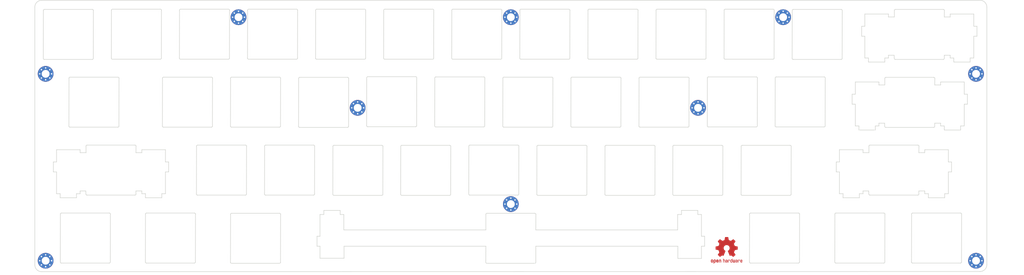
<source format=kicad_pcb>
(kicad_pcb (version 20171130) (host pcbnew "(5.1.5-0-10_14)")

  (general
    (thickness 1.6)
    (drawings 516)
    (tracks 0)
    (zones 0)
    (modules 11)
    (nets 1)
  )

  (page A4)
  (layers
    (0 F.Cu signal)
    (31 B.Cu signal)
    (32 B.Adhes user)
    (33 F.Adhes user)
    (34 B.Paste user)
    (35 F.Paste user)
    (36 B.SilkS user)
    (37 F.SilkS user)
    (38 B.Mask user)
    (39 F.Mask user)
    (40 Dwgs.User user)
    (41 Cmts.User user)
    (42 Eco1.User user)
    (43 Eco2.User user)
    (44 Edge.Cuts user)
    (45 Margin user)
    (46 B.CrtYd user)
    (47 F.CrtYd user)
    (48 B.Fab user)
    (49 F.Fab user)
  )

  (setup
    (last_trace_width 0.25)
    (trace_clearance 0.2)
    (zone_clearance 0.508)
    (zone_45_only no)
    (trace_min 0.2)
    (via_size 0.8)
    (via_drill 0.4)
    (via_min_size 0.4)
    (via_min_drill 0.3)
    (uvia_size 0.3)
    (uvia_drill 0.1)
    (uvias_allowed no)
    (uvia_min_size 0.2)
    (uvia_min_drill 0.1)
    (edge_width 0.15)
    (segment_width 0.2)
    (pcb_text_width 0.25)
    (pcb_text_size 1 1)
    (mod_edge_width 0.15)
    (mod_text_size 1 1)
    (mod_text_width 0.15)
    (pad_size 2.2 2.2)
    (pad_drill 2.2)
    (pad_to_mask_clearance 0.051)
    (solder_mask_min_width 0.25)
    (aux_axis_origin 0 0)
    (grid_origin 24.511 70.485)
    (visible_elements 7FFFFFFF)
    (pcbplotparams
      (layerselection 0x030f0_ffffffff)
      (usegerberextensions false)
      (usegerberattributes false)
      (usegerberadvancedattributes false)
      (creategerberjobfile false)
      (excludeedgelayer true)
      (linewidth 0.100000)
      (plotframeref false)
      (viasonmask false)
      (mode 1)
      (useauxorigin false)
      (hpglpennumber 1)
      (hpglpenspeed 20)
      (hpglpendiameter 15.000000)
      (psnegative false)
      (psa4output false)
      (plotreference true)
      (plotvalue true)
      (plotinvisibletext false)
      (padsonsilk false)
      (subtractmaskfromsilk false)
      (outputformat 1)
      (mirror false)
      (drillshape 0)
      (scaleselection 1)
      (outputdirectory "hkb43-0.9/"))
  )

  (net 0 "")

  (net_class Default "This is the default net class."
    (clearance 0.2)
    (trace_width 0.25)
    (via_dia 0.8)
    (via_drill 0.4)
    (uvia_dia 0.3)
    (uvia_drill 0.1)
  )

  (module MountingHole:MountingHole_2.2mm_M2_Pad_Via (layer F.Cu) (tedit 56DDB9C7) (tstamp 5EB170FA)
    (at 224.536 65.7225)
    (descr "Mounting Hole 2.2mm, M2")
    (tags "mounting hole 2.2mm m2")
    (attr virtual)
    (fp_text reference REF** (at 0 -3.2) (layer F.SilkS) hide
      (effects (font (size 1 1) (thickness 0.15)))
    )
    (fp_text value MountingHole_2.2mm_M2_Pad_Via (at 0 3.2) (layer F.Fab)
      (effects (font (size 1 1) (thickness 0.15)))
    )
    (fp_circle (center 0 0) (end 2.45 0) (layer F.CrtYd) (width 0.05))
    (fp_circle (center 0 0) (end 2.2 0) (layer Cmts.User) (width 0.15))
    (fp_text user %R (at 0.3 0) (layer F.Fab)
      (effects (font (size 1 1) (thickness 0.15)))
    )
    (pad 1 thru_hole circle (at 1.166726 -1.166726) (size 0.7 0.7) (drill 0.4) (layers *.Cu *.Mask))
    (pad 1 thru_hole circle (at 0 -1.65) (size 0.7 0.7) (drill 0.4) (layers *.Cu *.Mask))
    (pad 1 thru_hole circle (at -1.166726 -1.166726) (size 0.7 0.7) (drill 0.4) (layers *.Cu *.Mask))
    (pad 1 thru_hole circle (at -1.65 0) (size 0.7 0.7) (drill 0.4) (layers *.Cu *.Mask))
    (pad 1 thru_hole circle (at -1.166726 1.166726) (size 0.7 0.7) (drill 0.4) (layers *.Cu *.Mask))
    (pad 1 thru_hole circle (at 0 1.65) (size 0.7 0.7) (drill 0.4) (layers *.Cu *.Mask))
    (pad 1 thru_hole circle (at 1.166726 1.166726) (size 0.7 0.7) (drill 0.4) (layers *.Cu *.Mask))
    (pad 1 thru_hole circle (at 1.65 0) (size 0.7 0.7) (drill 0.4) (layers *.Cu *.Mask))
    (pad 1 thru_hole circle (at 0 0) (size 4.4 4.4) (drill 2.2) (layers *.Cu *.Mask))
  )

  (module MountingHole:MountingHole_2.2mm_M2_Pad_Via (layer F.Cu) (tedit 56DDB9C7) (tstamp 5EB170DC)
    (at 148.336 65.7225)
    (descr "Mounting Hole 2.2mm, M2")
    (tags "mounting hole 2.2mm m2")
    (attr virtual)
    (fp_text reference REF** (at 0 -3.2) (layer F.SilkS) hide
      (effects (font (size 1 1) (thickness 0.15)))
    )
    (fp_text value MountingHole_2.2mm_M2_Pad_Via (at 0 3.2) (layer F.Fab)
      (effects (font (size 1 1) (thickness 0.15)))
    )
    (fp_text user %R (at 0.3 0) (layer F.Fab)
      (effects (font (size 1 1) (thickness 0.15)))
    )
    (fp_circle (center 0 0) (end 2.2 0) (layer Cmts.User) (width 0.15))
    (fp_circle (center 0 0) (end 2.45 0) (layer F.CrtYd) (width 0.05))
    (pad 1 thru_hole circle (at 0 0) (size 4.4 4.4) (drill 2.2) (layers *.Cu *.Mask))
    (pad 1 thru_hole circle (at 1.65 0) (size 0.7 0.7) (drill 0.4) (layers *.Cu *.Mask))
    (pad 1 thru_hole circle (at 1.166726 1.166726) (size 0.7 0.7) (drill 0.4) (layers *.Cu *.Mask))
    (pad 1 thru_hole circle (at 0 1.65) (size 0.7 0.7) (drill 0.4) (layers *.Cu *.Mask))
    (pad 1 thru_hole circle (at -1.166726 1.166726) (size 0.7 0.7) (drill 0.4) (layers *.Cu *.Mask))
    (pad 1 thru_hole circle (at -1.65 0) (size 0.7 0.7) (drill 0.4) (layers *.Cu *.Mask))
    (pad 1 thru_hole circle (at -1.166726 -1.166726) (size 0.7 0.7) (drill 0.4) (layers *.Cu *.Mask))
    (pad 1 thru_hole circle (at 0 -1.65) (size 0.7 0.7) (drill 0.4) (layers *.Cu *.Mask))
    (pad 1 thru_hole circle (at 1.166726 -1.166726) (size 0.7 0.7) (drill 0.4) (layers *.Cu *.Mask))
  )

  (module MountingHole:MountingHole_2.2mm_M2_Pad_Via (layer F.Cu) (tedit 56DDB9C7) (tstamp 5EB170BE)
    (at 72.136 65.7225)
    (descr "Mounting Hole 2.2mm, M2")
    (tags "mounting hole 2.2mm m2")
    (attr virtual)
    (fp_text reference REF** (at 0 -3.2) (layer F.SilkS) hide
      (effects (font (size 1 1) (thickness 0.15)))
    )
    (fp_text value MountingHole_2.2mm_M2_Pad_Via (at 0 3.2) (layer F.Fab)
      (effects (font (size 1 1) (thickness 0.15)))
    )
    (fp_circle (center 0 0) (end 2.45 0) (layer F.CrtYd) (width 0.05))
    (fp_circle (center 0 0) (end 2.2 0) (layer Cmts.User) (width 0.15))
    (fp_text user %R (at 0.3 0) (layer F.Fab)
      (effects (font (size 1 1) (thickness 0.15)))
    )
    (pad 1 thru_hole circle (at 1.166726 -1.166726) (size 0.7 0.7) (drill 0.4) (layers *.Cu *.Mask))
    (pad 1 thru_hole circle (at 0 -1.65) (size 0.7 0.7) (drill 0.4) (layers *.Cu *.Mask))
    (pad 1 thru_hole circle (at -1.166726 -1.166726) (size 0.7 0.7) (drill 0.4) (layers *.Cu *.Mask))
    (pad 1 thru_hole circle (at -1.65 0) (size 0.7 0.7) (drill 0.4) (layers *.Cu *.Mask))
    (pad 1 thru_hole circle (at -1.166726 1.166726) (size 0.7 0.7) (drill 0.4) (layers *.Cu *.Mask))
    (pad 1 thru_hole circle (at 0 1.65) (size 0.7 0.7) (drill 0.4) (layers *.Cu *.Mask))
    (pad 1 thru_hole circle (at 1.166726 1.166726) (size 0.7 0.7) (drill 0.4) (layers *.Cu *.Mask))
    (pad 1 thru_hole circle (at 1.65 0) (size 0.7 0.7) (drill 0.4) (layers *.Cu *.Mask))
    (pad 1 thru_hole circle (at 0 0) (size 4.4 4.4) (drill 2.2) (layers *.Cu *.Mask))
  )

  (module Symbol:OSHW-Logo2_9.8x8mm_Copper (layer F.Cu) (tedit 5EA516EC) (tstamp 5EB16541)
    (at 208.7245 131.064)
    (descr "Open Source Hardware Symbol")
    (tags "Logo Symbol OSHW")
    (attr virtual)
    (fp_text reference REF** (at 0 0) (layer F.SilkS) hide
      (effects (font (size 1 1) (thickness 0.15)))
    )
    (fp_text value OSHW-Logo2_9.8x8mm_Copper (at 0.75 0) (layer F.Fab) hide
      (effects (font (size 1 1) (thickness 0.15)))
    )
    (fp_poly (pts (xy 0.139878 -3.712224) (xy 0.245612 -3.711645) (xy 0.322132 -3.710078) (xy 0.374372 -3.707028)
      (xy 0.407263 -3.702004) (xy 0.425737 -3.694511) (xy 0.434727 -3.684056) (xy 0.439163 -3.670147)
      (xy 0.439594 -3.668346) (xy 0.446333 -3.635855) (xy 0.458808 -3.571748) (xy 0.475719 -3.482849)
      (xy 0.495771 -3.375981) (xy 0.517664 -3.257967) (xy 0.518429 -3.253822) (xy 0.540359 -3.138169)
      (xy 0.560877 -3.035986) (xy 0.578659 -2.953402) (xy 0.592381 -2.896544) (xy 0.600718 -2.871542)
      (xy 0.601116 -2.871099) (xy 0.625677 -2.85889) (xy 0.676315 -2.838544) (xy 0.742095 -2.814455)
      (xy 0.742461 -2.814326) (xy 0.825317 -2.783182) (xy 0.923 -2.743509) (xy 1.015077 -2.703619)
      (xy 1.019434 -2.701647) (xy 1.169407 -2.63358) (xy 1.501498 -2.860361) (xy 1.603374 -2.929496)
      (xy 1.695657 -2.991303) (xy 1.773003 -3.042267) (xy 1.830064 -3.078873) (xy 1.861495 -3.097606)
      (xy 1.864479 -3.098996) (xy 1.887321 -3.09281) (xy 1.929982 -3.062965) (xy 1.994128 -3.008053)
      (xy 2.081421 -2.926666) (xy 2.170535 -2.840078) (xy 2.256441 -2.754753) (xy 2.333327 -2.676892)
      (xy 2.396564 -2.611303) (xy 2.441523 -2.562795) (xy 2.463576 -2.536175) (xy 2.464396 -2.534805)
      (xy 2.466834 -2.516537) (xy 2.45765 -2.486705) (xy 2.434574 -2.441279) (xy 2.395337 -2.37623)
      (xy 2.33767 -2.28753) (xy 2.260795 -2.173343) (xy 2.19257 -2.072838) (xy 2.131582 -1.982697)
      (xy 2.081356 -1.908151) (xy 2.045416 -1.854435) (xy 2.027287 -1.826782) (xy 2.026146 -1.824905)
      (xy 2.028359 -1.79841) (xy 2.045138 -1.746914) (xy 2.073142 -1.680149) (xy 2.083122 -1.658828)
      (xy 2.126672 -1.563841) (xy 2.173134 -1.456063) (xy 2.210877 -1.362808) (xy 2.238073 -1.293594)
      (xy 2.259675 -1.240994) (xy 2.272158 -1.213503) (xy 2.273709 -1.211384) (xy 2.296668 -1.207876)
      (xy 2.350786 -1.198262) (xy 2.428868 -1.183911) (xy 2.523719 -1.166193) (xy 2.628143 -1.146475)
      (xy 2.734944 -1.126126) (xy 2.836926 -1.106514) (xy 2.926894 -1.089009) (xy 2.997653 -1.074978)
      (xy 3.042006 -1.065791) (xy 3.052885 -1.063193) (xy 3.064122 -1.056782) (xy 3.072605 -1.042303)
      (xy 3.078714 -1.014867) (xy 3.082832 -0.969589) (xy 3.085341 -0.90158) (xy 3.086621 -0.805953)
      (xy 3.087054 -0.67782) (xy 3.087077 -0.625299) (xy 3.087077 -0.198155) (xy 2.9845 -0.177909)
      (xy 2.927431 -0.16693) (xy 2.842269 -0.150905) (xy 2.739372 -0.131767) (xy 2.629096 -0.111449)
      (xy 2.598615 -0.105868) (xy 2.496855 -0.086083) (xy 2.408205 -0.066627) (xy 2.340108 -0.049303)
      (xy 2.300004 -0.035912) (xy 2.293323 -0.031921) (xy 2.276919 -0.003658) (xy 2.253399 0.051109)
      (xy 2.227316 0.121588) (xy 2.222142 0.136769) (xy 2.187956 0.230896) (xy 2.145523 0.337101)
      (xy 2.103997 0.432473) (xy 2.103792 0.432916) (xy 2.03464 0.582525) (xy 2.489512 1.251617)
      (xy 2.1975 1.544116) (xy 2.10918 1.63117) (xy 2.028625 1.707909) (xy 1.96036 1.770237)
      (xy 1.908908 1.814056) (xy 1.878794 1.83527) (xy 1.874474 1.836616) (xy 1.849111 1.826016)
      (xy 1.797358 1.796547) (xy 1.724868 1.751705) (xy 1.637294 1.694984) (xy 1.542612 1.631462)
      (xy 1.446516 1.566668) (xy 1.360837 1.510287) (xy 1.291016 1.465788) (xy 1.242494 1.436639)
      (xy 1.220782 1.426308) (xy 1.194293 1.43505) (xy 1.144062 1.458087) (xy 1.080451 1.490631)
      (xy 1.073708 1.494249) (xy 0.988046 1.53721) (xy 0.929306 1.558279) (xy 0.892772 1.558503)
      (xy 0.873731 1.538928) (xy 0.87362 1.538654) (xy 0.864102 1.515472) (xy 0.841403 1.460441)
      (xy 0.807282 1.377822) (xy 0.7635 1.271872) (xy 0.711816 1.146852) (xy 0.653992 1.00702)
      (xy 0.597991 0.871637) (xy 0.536447 0.722234) (xy 0.479939 0.583832) (xy 0.430161 0.460673)
      (xy 0.388806 0.357002) (xy 0.357568 0.277059) (xy 0.338141 0.225088) (xy 0.332154 0.205692)
      (xy 0.347168 0.183443) (xy 0.386439 0.147982) (xy 0.438807 0.108887) (xy 0.587941 -0.014755)
      (xy 0.704511 -0.156478) (xy 0.787118 -0.313296) (xy 0.834366 -0.482225) (xy 0.844857 -0.660278)
      (xy 0.837231 -0.742461) (xy 0.795682 -0.912969) (xy 0.724123 -1.063541) (xy 0.626995 -1.192691)
      (xy 0.508734 -1.298936) (xy 0.37378 -1.38079) (xy 0.226571 -1.436768) (xy 0.071544 -1.465385)
      (xy -0.086861 -1.465156) (xy -0.244206 -1.434595) (xy -0.396054 -1.372218) (xy -0.537965 -1.27654)
      (xy -0.597197 -1.222428) (xy -0.710797 -1.08348) (xy -0.789894 -0.931639) (xy -0.835014 -0.771333)
      (xy -0.846684 -0.606988) (xy -0.825431 -0.443029) (xy -0.77178 -0.283882) (xy -0.68626 -0.133975)
      (xy -0.569395 0.002267) (xy -0.438807 0.108887) (xy -0.384412 0.149642) (xy -0.345986 0.184718)
      (xy -0.332154 0.205726) (xy -0.339397 0.228635) (xy -0.359995 0.283365) (xy -0.392254 0.365672)
      (xy -0.434479 0.471315) (xy -0.484977 0.59605) (xy -0.542052 0.735636) (xy -0.598146 0.87167)
      (xy -0.660033 1.021201) (xy -0.717356 1.159767) (xy -0.768356 1.283107) (xy -0.811273 1.386964)
      (xy -0.844347 1.46708) (xy -0.865819 1.519195) (xy -0.873775 1.538654) (xy -0.892571 1.558423)
      (xy -0.928926 1.558365) (xy -0.987521 1.537441) (xy -1.073032 1.494613) (xy -1.073708 1.494249)
      (xy -1.138093 1.461012) (xy -1.190139 1.436802) (xy -1.219488 1.426404) (xy -1.220783 1.426308)
      (xy -1.242876 1.436855) (xy -1.291652 1.466184) (xy -1.361669 1.510827) (xy -1.447486 1.567314)
      (xy -1.542612 1.631462) (xy -1.63946 1.696411) (xy -1.726747 1.752896) (xy -1.798819 1.797421)
      (xy -1.850023 1.82649) (xy -1.874474 1.836616) (xy -1.89699 1.823307) (xy -1.942258 1.786112)
      (xy -2.005756 1.729128) (xy -2.082961 1.656449) (xy -2.169349 1.572171) (xy -2.197601 1.544016)
      (xy -2.489713 1.251416) (xy -2.267369 0.925104) (xy -2.199798 0.824897) (xy -2.140493 0.734963)
      (xy -2.092783 0.66051) (xy -2.059993 0.606751) (xy -2.045452 0.578894) (xy -2.045026 0.576912)
      (xy -2.052692 0.550655) (xy -2.073311 0.497837) (xy -2.103315 0.42731) (xy -2.124375 0.380093)
      (xy -2.163752 0.289694) (xy -2.200835 0.198366) (xy -2.229585 0.1212) (xy -2.237395 0.097692)
      (xy -2.259583 0.034916) (xy -2.281273 -0.013589) (xy -2.293187 -0.031921) (xy -2.319477 -0.043141)
      (xy -2.376858 -0.059046) (xy -2.457882 -0.077833) (xy -2.555105 -0.097701) (xy -2.598615 -0.105868)
      (xy -2.709104 -0.126171) (xy -2.815084 -0.14583) (xy -2.906199 -0.162912) (xy -2.972092 -0.175482)
      (xy -2.9845 -0.177909) (xy -3.087077 -0.198155) (xy -3.087077 -0.625299) (xy -3.086847 -0.765754)
      (xy -3.085901 -0.872021) (xy -3.083859 -0.948987) (xy -3.080338 -1.00154) (xy -3.074957 -1.034567)
      (xy -3.067334 -1.052955) (xy -3.057088 -1.061592) (xy -3.052885 -1.063193) (xy -3.02753 -1.068873)
      (xy -2.971516 -1.080205) (xy -2.892036 -1.095821) (xy -2.796288 -1.114353) (xy -2.691467 -1.134431)
      (xy -2.584768 -1.154688) (xy -2.483387 -1.173754) (xy -2.394521 -1.190261) (xy -2.325363 -1.202841)
      (xy -2.283111 -1.210125) (xy -2.27371 -1.211384) (xy -2.265193 -1.228237) (xy -2.24634 -1.27313)
      (xy -2.220676 -1.33757) (xy -2.210877 -1.362808) (xy -2.171352 -1.460314) (xy -2.124808 -1.568041)
      (xy -2.083123 -1.658828) (xy -2.05245 -1.728247) (xy -2.032044 -1.78529) (xy -2.025232 -1.820223)
      (xy -2.026318 -1.824905) (xy -2.040715 -1.847009) (xy -2.073588 -1.896169) (xy -2.12141 -1.967152)
      (xy -2.180652 -2.054722) (xy -2.247785 -2.153643) (xy -2.261059 -2.17317) (xy -2.338954 -2.28886)
      (xy -2.396213 -2.376956) (xy -2.435119 -2.441514) (xy -2.457956 -2.486589) (xy -2.467006 -2.516237)
      (xy -2.464552 -2.534515) (xy -2.464489 -2.534631) (xy -2.445173 -2.558639) (xy -2.402449 -2.605053)
      (xy -2.340949 -2.669063) (xy -2.265302 -2.745855) (xy -2.180139 -2.830618) (xy -2.170535 -2.840078)
      (xy -2.06321 -2.944011) (xy -1.980385 -3.020325) (xy -1.920395 -3.070429) (xy -1.881577 -3.09573)
      (xy -1.86448 -3.098996) (xy -1.839527 -3.08475) (xy -1.787745 -3.051844) (xy -1.71448 -3.003792)
      (xy -1.62508 -2.94411) (xy -1.524889 -2.876312) (xy -1.501499 -2.860361) (xy -1.169407 -2.63358)
      (xy -1.019435 -2.701647) (xy -0.92823 -2.741315) (xy -0.830331 -2.781209) (xy -0.746169 -2.813017)
      (xy -0.742462 -2.814326) (xy -0.676631 -2.838424) (xy -0.625884 -2.8588) (xy -0.601158 -2.871064)
      (xy -0.601116 -2.871099) (xy -0.593271 -2.893266) (xy -0.579934 -2.947783) (xy -0.56243 -3.02852)
      (xy -0.542083 -3.12935) (xy -0.520218 -3.244144) (xy -0.518429 -3.253822) (xy -0.496496 -3.372096)
      (xy -0.47636 -3.479458) (xy -0.45932 -3.569083) (xy -0.446672 -3.634149) (xy -0.439716 -3.667832)
      (xy -0.439594 -3.668346) (xy -0.435361 -3.682675) (xy -0.427129 -3.693493) (xy -0.409967 -3.701294)
      (xy -0.378942 -3.706571) (xy -0.329122 -3.709818) (xy -0.255576 -3.711528) (xy -0.153371 -3.712193)
      (xy -0.017575 -3.712307) (xy 0 -3.712308) (xy 0.139878 -3.712224)) (layer F.Cu) (width 0.01))
    (fp_poly (pts (xy 4.245224 2.647838) (xy 4.322528 2.698361) (xy 4.359814 2.74359) (xy 4.389353 2.825663)
      (xy 4.391699 2.890607) (xy 4.386385 2.977445) (xy 4.186115 3.065103) (xy 4.088739 3.109887)
      (xy 4.025113 3.145913) (xy 3.992029 3.177117) (xy 3.98628 3.207436) (xy 4.004658 3.240805)
      (xy 4.024923 3.262923) (xy 4.083889 3.298393) (xy 4.148024 3.300879) (xy 4.206926 3.273235)
      (xy 4.250197 3.21832) (xy 4.257936 3.198928) (xy 4.295006 3.138364) (xy 4.337654 3.112552)
      (xy 4.396154 3.090471) (xy 4.396154 3.174184) (xy 4.390982 3.23115) (xy 4.370723 3.279189)
      (xy 4.328262 3.334346) (xy 4.321951 3.341514) (xy 4.27472 3.390585) (xy 4.234121 3.41692)
      (xy 4.183328 3.429035) (xy 4.14122 3.433003) (xy 4.065902 3.433991) (xy 4.012286 3.421466)
      (xy 3.978838 3.402869) (xy 3.926268 3.361975) (xy 3.889879 3.317748) (xy 3.86685 3.262126)
      (xy 3.854359 3.187047) (xy 3.849587 3.084449) (xy 3.849206 3.032376) (xy 3.850501 2.969948)
      (xy 3.968471 2.969948) (xy 3.969839 3.003438) (xy 3.973249 3.008923) (xy 3.995753 3.001472)
      (xy 4.044182 2.981753) (xy 4.108908 2.953718) (xy 4.122443 2.947692) (xy 4.204244 2.906096)
      (xy 4.249312 2.869538) (xy 4.259217 2.835296) (xy 4.235526 2.800648) (xy 4.21596 2.785339)
      (xy 4.14536 2.754721) (xy 4.07928 2.75978) (xy 4.023959 2.797151) (xy 3.985636 2.863473)
      (xy 3.973349 2.916116) (xy 3.968471 2.969948) (xy 3.850501 2.969948) (xy 3.85173 2.91072)
      (xy 3.861032 2.82071) (xy 3.87946 2.755167) (xy 3.90936 2.706912) (xy 3.95308 2.668767)
      (xy 3.972141 2.65644) (xy 4.058726 2.624336) (xy 4.153522 2.622316) (xy 4.245224 2.647838)) (layer F.Cu) (width 0.01))
    (fp_poly (pts (xy 3.570807 2.636782) (xy 3.594161 2.646988) (xy 3.649902 2.691134) (xy 3.697569 2.754967)
      (xy 3.727048 2.823087) (xy 3.731846 2.85667) (xy 3.71576 2.903556) (xy 3.680475 2.928365)
      (xy 3.642644 2.943387) (xy 3.625321 2.946155) (xy 3.616886 2.926066) (xy 3.60023 2.882351)
      (xy 3.592923 2.862598) (xy 3.551948 2.794271) (xy 3.492622 2.760191) (xy 3.416552 2.761239)
      (xy 3.410918 2.762581) (xy 3.370305 2.781836) (xy 3.340448 2.819375) (xy 3.320055 2.879809)
      (xy 3.307836 2.967751) (xy 3.3025 3.087813) (xy 3.302 3.151698) (xy 3.301752 3.252403)
      (xy 3.300126 3.321054) (xy 3.295801 3.364673) (xy 3.287454 3.390282) (xy 3.273765 3.404903)
      (xy 3.253411 3.415558) (xy 3.252234 3.416095) (xy 3.213038 3.432667) (xy 3.193619 3.438769)
      (xy 3.190635 3.420319) (xy 3.188081 3.369323) (xy 3.18614 3.292308) (xy 3.184997 3.195805)
      (xy 3.184769 3.125184) (xy 3.185932 2.988525) (xy 3.190479 2.884851) (xy 3.199999 2.808108)
      (xy 3.216081 2.752246) (xy 3.240313 2.711212) (xy 3.274286 2.678954) (xy 3.307833 2.65644)
      (xy 3.388499 2.626476) (xy 3.482381 2.619718) (xy 3.570807 2.636782)) (layer F.Cu) (width 0.01))
    (fp_poly (pts (xy 2.887333 2.633528) (xy 2.94359 2.659117) (xy 2.987747 2.690124) (xy 3.020101 2.724795)
      (xy 3.042438 2.76952) (xy 3.056546 2.830692) (xy 3.064211 2.914701) (xy 3.06722 3.02794)
      (xy 3.067538 3.102509) (xy 3.067538 3.39342) (xy 3.017773 3.416095) (xy 2.978576 3.432667)
      (xy 2.959157 3.438769) (xy 2.955442 3.42061) (xy 2.952495 3.371648) (xy 2.950691 3.300153)
      (xy 2.950308 3.243385) (xy 2.948661 3.161371) (xy 2.944222 3.096309) (xy 2.93774 3.056467)
      (xy 2.93259 3.048) (xy 2.897977 3.056646) (xy 2.84364 3.078823) (xy 2.780722 3.108886)
      (xy 2.720368 3.141192) (xy 2.673721 3.170098) (xy 2.651926 3.189961) (xy 2.651839 3.190175)
      (xy 2.653714 3.226935) (xy 2.670525 3.262026) (xy 2.700039 3.290528) (xy 2.743116 3.300061)
      (xy 2.779932 3.29895) (xy 2.832074 3.298133) (xy 2.859444 3.310349) (xy 2.875882 3.342624)
      (xy 2.877955 3.34871) (xy 2.885081 3.394739) (xy 2.866024 3.422687) (xy 2.816353 3.436007)
      (xy 2.762697 3.43847) (xy 2.666142 3.42021) (xy 2.616159 3.394131) (xy 2.554429 3.332868)
      (xy 2.52169 3.25767) (xy 2.518753 3.178211) (xy 2.546424 3.104167) (xy 2.588047 3.057769)
      (xy 2.629604 3.031793) (xy 2.694922 2.998907) (xy 2.771038 2.965557) (xy 2.783726 2.960461)
      (xy 2.867333 2.923565) (xy 2.91553 2.891046) (xy 2.93103 2.858718) (xy 2.91655 2.822394)
      (xy 2.891692 2.794) (xy 2.832939 2.759039) (xy 2.768293 2.756417) (xy 2.709008 2.783358)
      (xy 2.666339 2.837088) (xy 2.660739 2.85095) (xy 2.628133 2.901936) (xy 2.58053 2.939787)
      (xy 2.520461 2.97085) (xy 2.520461 2.882768) (xy 2.523997 2.828951) (xy 2.539156 2.786534)
      (xy 2.572768 2.741279) (xy 2.605035 2.70642) (xy 2.655209 2.657062) (xy 2.694193 2.630547)
      (xy 2.736064 2.619911) (xy 2.78346 2.618154) (xy 2.887333 2.633528)) (layer F.Cu) (width 0.01))
    (fp_poly (pts (xy 2.395929 2.636662) (xy 2.398911 2.688068) (xy 2.401247 2.766192) (xy 2.402749 2.864857)
      (xy 2.403231 2.968343) (xy 2.403231 3.318533) (xy 2.341401 3.380363) (xy 2.298793 3.418462)
      (xy 2.26139 3.433895) (xy 2.21027 3.432918) (xy 2.189978 3.430433) (xy 2.126554 3.4232)
      (xy 2.074095 3.419055) (xy 2.061308 3.418672) (xy 2.018199 3.421176) (xy 1.956544 3.427462)
      (xy 1.932638 3.430433) (xy 1.873922 3.435028) (xy 1.834464 3.425046) (xy 1.795338 3.394228)
      (xy 1.781215 3.380363) (xy 1.719385 3.318533) (xy 1.719385 2.663503) (xy 1.76915 2.640829)
      (xy 1.812002 2.624034) (xy 1.837073 2.618154) (xy 1.843501 2.636736) (xy 1.849509 2.688655)
      (xy 1.854697 2.768172) (xy 1.858664 2.869546) (xy 1.860577 2.955192) (xy 1.865923 3.292231)
      (xy 1.91256 3.298825) (xy 1.954976 3.294214) (xy 1.97576 3.279287) (xy 1.98157 3.251377)
      (xy 1.98653 3.191925) (xy 1.990246 3.108466) (xy 1.992324 3.008532) (xy 1.992624 2.957104)
      (xy 1.992923 2.661054) (xy 2.054454 2.639604) (xy 2.098004 2.62502) (xy 2.121694 2.618219)
      (xy 2.122377 2.618154) (xy 2.124754 2.636642) (xy 2.127366 2.687906) (xy 2.129995 2.765649)
      (xy 2.132421 2.863574) (xy 2.134115 2.955192) (xy 2.139461 3.292231) (xy 2.256692 3.292231)
      (xy 2.262072 2.984746) (xy 2.267451 2.677261) (xy 2.324601 2.647707) (xy 2.366797 2.627413)
      (xy 2.39177 2.618204) (xy 2.392491 2.618154) (xy 2.395929 2.636662)) (layer F.Cu) (width 0.01))
    (fp_poly (pts (xy 1.602081 2.780289) (xy 1.601833 2.92632) (xy 1.600872 3.038655) (xy 1.598794 3.122678)
      (xy 1.595193 3.183769) (xy 1.589665 3.227309) (xy 1.581804 3.258679) (xy 1.571207 3.283262)
      (xy 1.563182 3.297294) (xy 1.496728 3.373388) (xy 1.41247 3.421084) (xy 1.319249 3.438199)
      (xy 1.2259 3.422546) (xy 1.170312 3.394418) (xy 1.111957 3.34576) (xy 1.072186 3.286333)
      (xy 1.04819 3.208507) (xy 1.037161 3.104652) (xy 1.035599 3.028462) (xy 1.035809 3.022986)
      (xy 1.172308 3.022986) (xy 1.173141 3.110355) (xy 1.176961 3.168192) (xy 1.185746 3.206029)
      (xy 1.201474 3.233398) (xy 1.220266 3.254042) (xy 1.283375 3.29389) (xy 1.351137 3.297295)
      (xy 1.415179 3.264025) (xy 1.420164 3.259517) (xy 1.441439 3.236067) (xy 1.454779 3.208166)
      (xy 1.462001 3.166641) (xy 1.464923 3.102316) (xy 1.465385 3.0312) (xy 1.464383 2.941858)
      (xy 1.460238 2.882258) (xy 1.451236 2.843089) (xy 1.435667 2.81504) (xy 1.422902 2.800144)
      (xy 1.3636 2.762575) (xy 1.295301 2.758057) (xy 1.23011 2.786753) (xy 1.217528 2.797406)
      (xy 1.196111 2.821063) (xy 1.182744 2.849251) (xy 1.175566 2.891245) (xy 1.172719 2.956319)
      (xy 1.172308 3.022986) (xy 1.035809 3.022986) (xy 1.040322 2.905765) (xy 1.056362 2.813577)
      (xy 1.086528 2.744269) (xy 1.133629 2.690211) (xy 1.170312 2.662505) (xy 1.23699 2.632572)
      (xy 1.314272 2.618678) (xy 1.38611 2.622397) (xy 1.426308 2.6374) (xy 1.442082 2.64167)
      (xy 1.45255 2.62575) (xy 1.459856 2.583089) (xy 1.465385 2.518106) (xy 1.471437 2.445732)
      (xy 1.479844 2.402187) (xy 1.495141 2.377287) (xy 1.521864 2.360845) (xy 1.538654 2.353564)
      (xy 1.602154 2.326963) (xy 1.602081 2.780289)) (layer F.Cu) (width 0.01))
    (fp_poly (pts (xy 0.713362 2.62467) (xy 0.802117 2.657421) (xy 0.874022 2.71535) (xy 0.902144 2.756128)
      (xy 0.932802 2.830954) (xy 0.932165 2.885058) (xy 0.899987 2.921446) (xy 0.888081 2.927633)
      (xy 0.836675 2.946925) (xy 0.810422 2.941982) (xy 0.80153 2.909587) (xy 0.801077 2.891692)
      (xy 0.784797 2.825859) (xy 0.742365 2.779807) (xy 0.683388 2.757564) (xy 0.617475 2.763161)
      (xy 0.563895 2.792229) (xy 0.545798 2.80881) (xy 0.532971 2.828925) (xy 0.524306 2.859332)
      (xy 0.518696 2.906788) (xy 0.515035 2.97805) (xy 0.512215 3.079875) (xy 0.511484 3.112115)
      (xy 0.50882 3.22241) (xy 0.505792 3.300036) (xy 0.50125 3.351396) (xy 0.494046 3.38289)
      (xy 0.483033 3.40092) (xy 0.46706 3.411888) (xy 0.456834 3.416733) (xy 0.413406 3.433301)
      (xy 0.387842 3.438769) (xy 0.379395 3.420507) (xy 0.374239 3.365296) (xy 0.372346 3.272499)
      (xy 0.373689 3.141478) (xy 0.374107 3.121269) (xy 0.377058 3.001733) (xy 0.380548 2.914449)
      (xy 0.385514 2.852591) (xy 0.392893 2.809336) (xy 0.403624 2.77786) (xy 0.418645 2.751339)
      (xy 0.426502 2.739975) (xy 0.471553 2.689692) (xy 0.52194 2.650581) (xy 0.528108 2.647167)
      (xy 0.618458 2.620212) (xy 0.713362 2.62467)) (layer F.Cu) (width 0.01))
    (fp_poly (pts (xy 0.053501 2.626303) (xy 0.13006 2.654733) (xy 0.130936 2.655279) (xy 0.178285 2.690127)
      (xy 0.213241 2.730852) (xy 0.237825 2.783925) (xy 0.254062 2.855814) (xy 0.263975 2.952992)
      (xy 0.269586 3.081928) (xy 0.270077 3.100298) (xy 0.277141 3.377287) (xy 0.217695 3.408028)
      (xy 0.174681 3.428802) (xy 0.14871 3.438646) (xy 0.147509 3.438769) (xy 0.143014 3.420606)
      (xy 0.139444 3.371612) (xy 0.137248 3.300031) (xy 0.136769 3.242068) (xy 0.136758 3.14817)
      (xy 0.132466 3.089203) (xy 0.117503 3.061079) (xy 0.085482 3.059706) (xy 0.030014 3.080998)
      (xy -0.053731 3.120136) (xy -0.115311 3.152643) (xy -0.146983 3.180845) (xy -0.156294 3.211582)
      (xy -0.156308 3.213104) (xy -0.140943 3.266054) (xy -0.095453 3.29466) (xy -0.025834 3.298803)
      (xy 0.024313 3.298084) (xy 0.050754 3.312527) (xy 0.067243 3.347218) (xy 0.076733 3.391416)
      (xy 0.063057 3.416493) (xy 0.057907 3.420082) (xy 0.009425 3.434496) (xy -0.058469 3.436537)
      (xy -0.128388 3.426983) (xy -0.177932 3.409522) (xy -0.24643 3.351364) (xy -0.285366 3.270408)
      (xy -0.293077 3.20716) (xy -0.287193 3.150111) (xy -0.265899 3.103542) (xy -0.223735 3.062181)
      (xy -0.155241 3.020755) (xy -0.054956 2.973993) (xy -0.048846 2.97135) (xy 0.04149 2.929617)
      (xy 0.097235 2.895391) (xy 0.121129 2.864635) (xy 0.115913 2.833311) (xy 0.084328 2.797383)
      (xy 0.074883 2.789116) (xy 0.011617 2.757058) (xy -0.053936 2.758407) (xy -0.111028 2.789838)
      (xy -0.148907 2.848024) (xy -0.152426 2.859446) (xy -0.1867 2.914837) (xy -0.230191 2.941518)
      (xy -0.293077 2.96796) (xy -0.293077 2.899548) (xy -0.273948 2.80011) (xy -0.217169 2.708902)
      (xy -0.187622 2.678389) (xy -0.120458 2.639228) (xy -0.035044 2.6215) (xy 0.053501 2.626303)) (layer F.Cu) (width 0.01))
    (fp_poly (pts (xy -0.840154 2.49212) (xy -0.834428 2.57198) (xy -0.827851 2.619039) (xy -0.818738 2.639566)
      (xy -0.805402 2.639829) (xy -0.801077 2.637378) (xy -0.743556 2.619636) (xy -0.668732 2.620672)
      (xy -0.592661 2.63891) (xy -0.545082 2.662505) (xy -0.496298 2.700198) (xy -0.460636 2.742855)
      (xy -0.436155 2.797057) (xy -0.420913 2.869384) (xy -0.41297 2.966419) (xy -0.410384 3.094742)
      (xy -0.410338 3.119358) (xy -0.410308 3.39587) (xy -0.471839 3.41732) (xy -0.515541 3.431912)
      (xy -0.539518 3.438706) (xy -0.540223 3.438769) (xy -0.542585 3.420345) (xy -0.544594 3.369526)
      (xy -0.546099 3.292993) (xy -0.546947 3.19743) (xy -0.547077 3.139329) (xy -0.547349 3.024771)
      (xy -0.548748 2.942667) (xy -0.552151 2.886393) (xy -0.558433 2.849326) (xy -0.568471 2.824844)
      (xy -0.583139 2.806325) (xy -0.592298 2.797406) (xy -0.655211 2.761466) (xy -0.723864 2.758775)
      (xy -0.786152 2.78917) (xy -0.797671 2.800144) (xy -0.814567 2.820779) (xy -0.826286 2.845256)
      (xy -0.833767 2.880647) (xy -0.837946 2.934026) (xy -0.839763 3.012466) (xy -0.840154 3.120617)
      (xy -0.840154 3.39587) (xy -0.901685 3.41732) (xy -0.945387 3.431912) (xy -0.969364 3.438706)
      (xy -0.97007 3.438769) (xy -0.971874 3.420069) (xy -0.9735 3.367322) (xy -0.974883 3.285557)
      (xy -0.975958 3.179805) (xy -0.97666 3.055094) (xy -0.976923 2.916455) (xy -0.976923 2.381806)
      (xy -0.849923 2.328236) (xy -0.840154 2.49212)) (layer F.Cu) (width 0.01))
    (fp_poly (pts (xy -2.465746 2.599745) (xy -2.388714 2.651567) (xy -2.329184 2.726412) (xy -2.293622 2.821654)
      (xy -2.286429 2.891756) (xy -2.287246 2.921009) (xy -2.294086 2.943407) (xy -2.312888 2.963474)
      (xy -2.349592 2.985733) (xy -2.410138 3.014709) (xy -2.500466 3.054927) (xy -2.500923 3.055129)
      (xy -2.584067 3.09321) (xy -2.652247 3.127025) (xy -2.698495 3.152933) (xy -2.715842 3.167295)
      (xy -2.715846 3.167411) (xy -2.700557 3.198685) (xy -2.664804 3.233157) (xy -2.623758 3.25799)
      (xy -2.602963 3.262923) (xy -2.54623 3.245862) (xy -2.497373 3.203133) (xy -2.473535 3.156155)
      (xy -2.450603 3.121522) (xy -2.405682 3.082081) (xy -2.352877 3.048009) (xy -2.30629 3.02948)
      (xy -2.296548 3.028462) (xy -2.285582 3.045215) (xy -2.284921 3.088039) (xy -2.29298 3.145781)
      (xy -2.308173 3.207289) (xy -2.328914 3.261409) (xy -2.329962 3.26351) (xy -2.392379 3.35066)
      (xy -2.473274 3.409939) (xy -2.565144 3.439034) (xy -2.660487 3.435634) (xy -2.751802 3.397428)
      (xy -2.755862 3.394741) (xy -2.827694 3.329642) (xy -2.874927 3.244705) (xy -2.901066 3.133021)
      (xy -2.904574 3.101643) (xy -2.910787 2.953536) (xy -2.903339 2.884468) (xy -2.715846 2.884468)
      (xy -2.71341 2.927552) (xy -2.700086 2.940126) (xy -2.666868 2.930719) (xy -2.614506 2.908483)
      (xy -2.555976 2.88061) (xy -2.554521 2.879872) (xy -2.504911 2.853777) (xy -2.485 2.836363)
      (xy -2.48991 2.818107) (xy -2.510584 2.79412) (xy -2.563181 2.759406) (xy -2.619823 2.756856)
      (xy -2.670631 2.782119) (xy -2.705724 2.830847) (xy -2.715846 2.884468) (xy -2.903339 2.884468)
      (xy -2.898008 2.835036) (xy -2.865222 2.741055) (xy -2.819579 2.675215) (xy -2.737198 2.608681)
      (xy -2.646454 2.575676) (xy -2.553815 2.573573) (xy -2.465746 2.599745)) (layer F.Cu) (width 0.01))
    (fp_poly (pts (xy -3.983114 2.587256) (xy -3.891536 2.635409) (xy -3.823951 2.712905) (xy -3.799943 2.762727)
      (xy -3.781262 2.837533) (xy -3.771699 2.932052) (xy -3.770792 3.03521) (xy -3.778079 3.135935)
      (xy -3.793097 3.223153) (xy -3.815385 3.285791) (xy -3.822235 3.296579) (xy -3.903368 3.377105)
      (xy -3.999734 3.425336) (xy -4.104299 3.43945) (xy -4.210032 3.417629) (xy -4.239457 3.404547)
      (xy -4.296759 3.364231) (xy -4.34705 3.310775) (xy -4.351803 3.303995) (xy -4.371122 3.271321)
      (xy -4.383892 3.236394) (xy -4.391436 3.190414) (xy -4.395076 3.124584) (xy -4.396135 3.030105)
      (xy -4.396154 3.008923) (xy -4.396106 3.002182) (xy -4.200769 3.002182) (xy -4.199632 3.091349)
      (xy -4.195159 3.15052) (xy -4.185754 3.188741) (xy -4.169824 3.215053) (xy -4.161692 3.223846)
      (xy -4.114942 3.257261) (xy -4.069553 3.255737) (xy -4.02366 3.226752) (xy -3.996288 3.195809)
      (xy -3.980077 3.150643) (xy -3.970974 3.07942) (xy -3.970349 3.071114) (xy -3.968796 2.942037)
      (xy -3.985035 2.846172) (xy -4.018848 2.784107) (xy -4.070016 2.756432) (xy -4.08828 2.754923)
      (xy -4.13624 2.762513) (xy -4.169047 2.788808) (xy -4.189105 2.839095) (xy -4.198822 2.918664)
      (xy -4.200769 3.002182) (xy -4.396106 3.002182) (xy -4.395426 2.908249) (xy -4.392371 2.837906)
      (xy -4.385678 2.789163) (xy -4.37404 2.753288) (xy -4.356147 2.721548) (xy -4.352192 2.715648)
      (xy -4.285733 2.636104) (xy -4.213315 2.589929) (xy -4.125151 2.571599) (xy -4.095213 2.570703)
      (xy -3.983114 2.587256)) (layer F.Cu) (width 0.01))
    (fp_poly (pts (xy -1.728336 2.595089) (xy -1.665633 2.631358) (xy -1.622039 2.667358) (xy -1.590155 2.705075)
      (xy -1.56819 2.751199) (xy -1.554351 2.812421) (xy -1.546847 2.895431) (xy -1.543883 3.006919)
      (xy -1.543539 3.087062) (xy -1.543539 3.382065) (xy -1.709615 3.456515) (xy -1.719385 3.133402)
      (xy -1.723421 3.012729) (xy -1.727656 2.925141) (xy -1.732903 2.86465) (xy -1.739975 2.825268)
      (xy -1.749689 2.801007) (xy -1.762856 2.78588) (xy -1.767081 2.782606) (xy -1.831091 2.757034)
      (xy -1.895792 2.767153) (xy -1.934308 2.794) (xy -1.949975 2.813024) (xy -1.96082 2.837988)
      (xy -1.967712 2.875834) (xy -1.971521 2.933502) (xy -1.973117 3.017935) (xy -1.973385 3.105928)
      (xy -1.973437 3.216323) (xy -1.975328 3.294463) (xy -1.981655 3.347165) (xy -1.995017 3.381242)
      (xy -2.018015 3.403511) (xy -2.053246 3.420787) (xy -2.100303 3.438738) (xy -2.151697 3.458278)
      (xy -2.145579 3.111485) (xy -2.143116 2.986468) (xy -2.140233 2.894082) (xy -2.136102 2.827881)
      (xy -2.129893 2.78142) (xy -2.120774 2.748256) (xy -2.107917 2.721944) (xy -2.092416 2.698729)
      (xy -2.017629 2.624569) (xy -1.926372 2.581684) (xy -1.827117 2.571412) (xy -1.728336 2.595089)) (layer F.Cu) (width 0.01))
    (fp_poly (pts (xy -3.231114 2.584505) (xy -3.156461 2.621727) (xy -3.090569 2.690261) (xy -3.072423 2.715648)
      (xy -3.052655 2.748866) (xy -3.039828 2.784945) (xy -3.03249 2.833098) (xy -3.029187 2.902536)
      (xy -3.028462 2.994206) (xy -3.031737 3.11983) (xy -3.043123 3.214154) (xy -3.064959 3.284523)
      (xy -3.099581 3.338286) (xy -3.14933 3.382788) (xy -3.152986 3.385423) (xy -3.202015 3.412377)
      (xy -3.261055 3.425712) (xy -3.336141 3.429) (xy -3.458205 3.429) (xy -3.458256 3.547497)
      (xy -3.459392 3.613492) (xy -3.466314 3.652202) (xy -3.484402 3.675419) (xy -3.519038 3.694933)
      (xy -3.527355 3.69892) (xy -3.56628 3.717603) (xy -3.596417 3.729403) (xy -3.618826 3.730422)
      (xy -3.634567 3.716761) (xy -3.644698 3.684522) (xy -3.650277 3.629804) (xy -3.652365 3.548711)
      (xy -3.652019 3.437344) (xy -3.6503 3.291802) (xy -3.649763 3.248269) (xy -3.647828 3.098205)
      (xy -3.646096 3.000042) (xy -3.458308 3.000042) (xy -3.457252 3.083364) (xy -3.452562 3.13788)
      (xy -3.441949 3.173837) (xy -3.423128 3.201482) (xy -3.41035 3.214965) (xy -3.35811 3.254417)
      (xy -3.311858 3.257628) (xy -3.264133 3.225049) (xy -3.262923 3.223846) (xy -3.243506 3.198668)
      (xy -3.231693 3.164447) (xy -3.225735 3.111748) (xy -3.22388 3.031131) (xy -3.223846 3.013271)
      (xy -3.22833 2.902175) (xy -3.242926 2.825161) (xy -3.26935 2.778147) (xy -3.309317 2.75705)
      (xy -3.332416 2.754923) (xy -3.387238 2.7649) (xy -3.424842 2.797752) (xy -3.447477 2.857857)
      (xy -3.457394 2.949598) (xy -3.458308 3.000042) (xy -3.646096 3.000042) (xy -3.645778 2.98206)
      (xy -3.643127 2.894679) (xy -3.639394 2.830905) (xy -3.634093 2.785582) (xy -3.626742 2.753555)
      (xy -3.616857 2.729668) (xy -3.603954 2.708764) (xy -3.598421 2.700898) (xy -3.525031 2.626595)
      (xy -3.43224 2.584467) (xy -3.324904 2.572722) (xy -3.231114 2.584505)) (layer F.Cu) (width 0.01))
    (fp_poly (pts (xy 0.139878 -3.712224) (xy 0.245612 -3.711645) (xy 0.322132 -3.710078) (xy 0.374372 -3.707028)
      (xy 0.407263 -3.702004) (xy 0.425737 -3.694511) (xy 0.434727 -3.684056) (xy 0.439163 -3.670147)
      (xy 0.439594 -3.668346) (xy 0.446333 -3.635855) (xy 0.458808 -3.571748) (xy 0.475719 -3.482849)
      (xy 0.495771 -3.375981) (xy 0.517664 -3.257967) (xy 0.518429 -3.253822) (xy 0.540359 -3.138169)
      (xy 0.560877 -3.035986) (xy 0.578659 -2.953402) (xy 0.592381 -2.896544) (xy 0.600718 -2.871542)
      (xy 0.601116 -2.871099) (xy 0.625677 -2.85889) (xy 0.676315 -2.838544) (xy 0.742095 -2.814455)
      (xy 0.742461 -2.814326) (xy 0.825317 -2.783182) (xy 0.923 -2.743509) (xy 1.015077 -2.703619)
      (xy 1.019434 -2.701647) (xy 1.169407 -2.63358) (xy 1.501498 -2.860361) (xy 1.603374 -2.929496)
      (xy 1.695657 -2.991303) (xy 1.773003 -3.042267) (xy 1.830064 -3.078873) (xy 1.861495 -3.097606)
      (xy 1.864479 -3.098996) (xy 1.887321 -3.09281) (xy 1.929982 -3.062965) (xy 1.994128 -3.008053)
      (xy 2.081421 -2.926666) (xy 2.170535 -2.840078) (xy 2.256441 -2.754753) (xy 2.333327 -2.676892)
      (xy 2.396564 -2.611303) (xy 2.441523 -2.562795) (xy 2.463576 -2.536175) (xy 2.464396 -2.534805)
      (xy 2.466834 -2.516537) (xy 2.45765 -2.486705) (xy 2.434574 -2.441279) (xy 2.395337 -2.37623)
      (xy 2.33767 -2.28753) (xy 2.260795 -2.173343) (xy 2.19257 -2.072838) (xy 2.131582 -1.982697)
      (xy 2.081356 -1.908151) (xy 2.045416 -1.854435) (xy 2.027287 -1.826782) (xy 2.026146 -1.824905)
      (xy 2.028359 -1.79841) (xy 2.045138 -1.746914) (xy 2.073142 -1.680149) (xy 2.083122 -1.658828)
      (xy 2.126672 -1.563841) (xy 2.173134 -1.456063) (xy 2.210877 -1.362808) (xy 2.238073 -1.293594)
      (xy 2.259675 -1.240994) (xy 2.272158 -1.213503) (xy 2.273709 -1.211384) (xy 2.296668 -1.207876)
      (xy 2.350786 -1.198262) (xy 2.428868 -1.183911) (xy 2.523719 -1.166193) (xy 2.628143 -1.146475)
      (xy 2.734944 -1.126126) (xy 2.836926 -1.106514) (xy 2.926894 -1.089009) (xy 2.997653 -1.074978)
      (xy 3.042006 -1.065791) (xy 3.052885 -1.063193) (xy 3.064122 -1.056782) (xy 3.072605 -1.042303)
      (xy 3.078714 -1.014867) (xy 3.082832 -0.969589) (xy 3.085341 -0.90158) (xy 3.086621 -0.805953)
      (xy 3.087054 -0.67782) (xy 3.087077 -0.625299) (xy 3.087077 -0.198155) (xy 2.9845 -0.177909)
      (xy 2.927431 -0.16693) (xy 2.842269 -0.150905) (xy 2.739372 -0.131767) (xy 2.629096 -0.111449)
      (xy 2.598615 -0.105868) (xy 2.496855 -0.086083) (xy 2.408205 -0.066627) (xy 2.340108 -0.049303)
      (xy 2.300004 -0.035912) (xy 2.293323 -0.031921) (xy 2.276919 -0.003658) (xy 2.253399 0.051109)
      (xy 2.227316 0.121588) (xy 2.222142 0.136769) (xy 2.187956 0.230896) (xy 2.145523 0.337101)
      (xy 2.103997 0.432473) (xy 2.103792 0.432916) (xy 2.03464 0.582525) (xy 2.489512 1.251617)
      (xy 2.1975 1.544116) (xy 2.10918 1.63117) (xy 2.028625 1.707909) (xy 1.96036 1.770237)
      (xy 1.908908 1.814056) (xy 1.878794 1.83527) (xy 1.874474 1.836616) (xy 1.849111 1.826016)
      (xy 1.797358 1.796547) (xy 1.724868 1.751705) (xy 1.637294 1.694984) (xy 1.542612 1.631462)
      (xy 1.446516 1.566668) (xy 1.360837 1.510287) (xy 1.291016 1.465788) (xy 1.242494 1.436639)
      (xy 1.220782 1.426308) (xy 1.194293 1.43505) (xy 1.144062 1.458087) (xy 1.080451 1.490631)
      (xy 1.073708 1.494249) (xy 0.988046 1.53721) (xy 0.929306 1.558279) (xy 0.892772 1.558503)
      (xy 0.873731 1.538928) (xy 0.87362 1.538654) (xy 0.864102 1.515472) (xy 0.841403 1.460441)
      (xy 0.807282 1.377822) (xy 0.7635 1.271872) (xy 0.711816 1.146852) (xy 0.653992 1.00702)
      (xy 0.597991 0.871637) (xy 0.536447 0.722234) (xy 0.479939 0.583832) (xy 0.430161 0.460673)
      (xy 0.388806 0.357002) (xy 0.357568 0.277059) (xy 0.338141 0.225088) (xy 0.332154 0.205692)
      (xy 0.347168 0.183443) (xy 0.386439 0.147982) (xy 0.438807 0.108887) (xy 0.587941 -0.014755)
      (xy 0.704511 -0.156478) (xy 0.787118 -0.313296) (xy 0.834366 -0.482225) (xy 0.844857 -0.660278)
      (xy 0.837231 -0.742461) (xy 0.795682 -0.912969) (xy 0.724123 -1.063541) (xy 0.626995 -1.192691)
      (xy 0.508734 -1.298936) (xy 0.37378 -1.38079) (xy 0.226571 -1.436768) (xy 0.071544 -1.465385)
      (xy -0.086861 -1.465156) (xy -0.244206 -1.434595) (xy -0.396054 -1.372218) (xy -0.537965 -1.27654)
      (xy -0.597197 -1.222428) (xy -0.710797 -1.08348) (xy -0.789894 -0.931639) (xy -0.835014 -0.771333)
      (xy -0.846684 -0.606988) (xy -0.825431 -0.443029) (xy -0.77178 -0.283882) (xy -0.68626 -0.133975)
      (xy -0.569395 0.002267) (xy -0.438807 0.108887) (xy -0.384412 0.149642) (xy -0.345986 0.184718)
      (xy -0.332154 0.205726) (xy -0.339397 0.228635) (xy -0.359995 0.283365) (xy -0.392254 0.365672)
      (xy -0.434479 0.471315) (xy -0.484977 0.59605) (xy -0.542052 0.735636) (xy -0.598146 0.87167)
      (xy -0.660033 1.021201) (xy -0.717356 1.159767) (xy -0.768356 1.283107) (xy -0.811273 1.386964)
      (xy -0.844347 1.46708) (xy -0.865819 1.519195) (xy -0.873775 1.538654) (xy -0.892571 1.558423)
      (xy -0.928926 1.558365) (xy -0.987521 1.537441) (xy -1.073032 1.494613) (xy -1.073708 1.494249)
      (xy -1.138093 1.461012) (xy -1.190139 1.436802) (xy -1.219488 1.426404) (xy -1.220783 1.426308)
      (xy -1.242876 1.436855) (xy -1.291652 1.466184) (xy -1.361669 1.510827) (xy -1.447486 1.567314)
      (xy -1.542612 1.631462) (xy -1.63946 1.696411) (xy -1.726747 1.752896) (xy -1.798819 1.797421)
      (xy -1.850023 1.82649) (xy -1.874474 1.836616) (xy -1.89699 1.823307) (xy -1.942258 1.786112)
      (xy -2.005756 1.729128) (xy -2.082961 1.656449) (xy -2.169349 1.572171) (xy -2.197601 1.544016)
      (xy -2.489713 1.251416) (xy -2.267369 0.925104) (xy -2.199798 0.824897) (xy -2.140493 0.734963)
      (xy -2.092783 0.66051) (xy -2.059993 0.606751) (xy -2.045452 0.578894) (xy -2.045026 0.576912)
      (xy -2.052692 0.550655) (xy -2.073311 0.497837) (xy -2.103315 0.42731) (xy -2.124375 0.380093)
      (xy -2.163752 0.289694) (xy -2.200835 0.198366) (xy -2.229585 0.1212) (xy -2.237395 0.097692)
      (xy -2.259583 0.034916) (xy -2.281273 -0.013589) (xy -2.293187 -0.031921) (xy -2.319477 -0.043141)
      (xy -2.376858 -0.059046) (xy -2.457882 -0.077833) (xy -2.555105 -0.097701) (xy -2.598615 -0.105868)
      (xy -2.709104 -0.126171) (xy -2.815084 -0.14583) (xy -2.906199 -0.162912) (xy -2.972092 -0.175482)
      (xy -2.9845 -0.177909) (xy -3.087077 -0.198155) (xy -3.087077 -0.625299) (xy -3.086847 -0.765754)
      (xy -3.085901 -0.872021) (xy -3.083859 -0.948987) (xy -3.080338 -1.00154) (xy -3.074957 -1.034567)
      (xy -3.067334 -1.052955) (xy -3.057088 -1.061592) (xy -3.052885 -1.063193) (xy -3.02753 -1.068873)
      (xy -2.971516 -1.080205) (xy -2.892036 -1.095821) (xy -2.796288 -1.114353) (xy -2.691467 -1.134431)
      (xy -2.584768 -1.154688) (xy -2.483387 -1.173754) (xy -2.394521 -1.190261) (xy -2.325363 -1.202841)
      (xy -2.283111 -1.210125) (xy -2.27371 -1.211384) (xy -2.265193 -1.228237) (xy -2.24634 -1.27313)
      (xy -2.220676 -1.33757) (xy -2.210877 -1.362808) (xy -2.171352 -1.460314) (xy -2.124808 -1.568041)
      (xy -2.083123 -1.658828) (xy -2.05245 -1.728247) (xy -2.032044 -1.78529) (xy -2.025232 -1.820223)
      (xy -2.026318 -1.824905) (xy -2.040715 -1.847009) (xy -2.073588 -1.896169) (xy -2.12141 -1.967152)
      (xy -2.180652 -2.054722) (xy -2.247785 -2.153643) (xy -2.261059 -2.17317) (xy -2.338954 -2.28886)
      (xy -2.396213 -2.376956) (xy -2.435119 -2.441514) (xy -2.457956 -2.486589) (xy -2.467006 -2.516237)
      (xy -2.464552 -2.534515) (xy -2.464489 -2.534631) (xy -2.445173 -2.558639) (xy -2.402449 -2.605053)
      (xy -2.340949 -2.669063) (xy -2.265302 -2.745855) (xy -2.180139 -2.830618) (xy -2.170535 -2.840078)
      (xy -2.06321 -2.944011) (xy -1.980385 -3.020325) (xy -1.920395 -3.070429) (xy -1.881577 -3.09573)
      (xy -1.86448 -3.098996) (xy -1.839527 -3.08475) (xy -1.787745 -3.051844) (xy -1.71448 -3.003792)
      (xy -1.62508 -2.94411) (xy -1.524889 -2.876312) (xy -1.501499 -2.860361) (xy -1.169407 -2.63358)
      (xy -1.019435 -2.701647) (xy -0.92823 -2.741315) (xy -0.830331 -2.781209) (xy -0.746169 -2.813017)
      (xy -0.742462 -2.814326) (xy -0.676631 -2.838424) (xy -0.625884 -2.8588) (xy -0.601158 -2.871064)
      (xy -0.601116 -2.871099) (xy -0.593271 -2.893266) (xy -0.579934 -2.947783) (xy -0.56243 -3.02852)
      (xy -0.542083 -3.12935) (xy -0.520218 -3.244144) (xy -0.518429 -3.253822) (xy -0.496496 -3.372096)
      (xy -0.47636 -3.479458) (xy -0.45932 -3.569083) (xy -0.446672 -3.634149) (xy -0.439716 -3.667832)
      (xy -0.439594 -3.668346) (xy -0.435361 -3.682675) (xy -0.427129 -3.693493) (xy -0.409967 -3.701294)
      (xy -0.378942 -3.706571) (xy -0.329122 -3.709818) (xy -0.255576 -3.711528) (xy -0.153371 -3.712193)
      (xy -0.017575 -3.712307) (xy 0 -3.712308) (xy 0.139878 -3.712224)) (layer F.Mask) (width 0.01))
    (fp_poly (pts (xy 4.245224 2.647838) (xy 4.322528 2.698361) (xy 4.359814 2.74359) (xy 4.389353 2.825663)
      (xy 4.391699 2.890607) (xy 4.386385 2.977445) (xy 4.186115 3.065103) (xy 4.088739 3.109887)
      (xy 4.025113 3.145913) (xy 3.992029 3.177117) (xy 3.98628 3.207436) (xy 4.004658 3.240805)
      (xy 4.024923 3.262923) (xy 4.083889 3.298393) (xy 4.148024 3.300879) (xy 4.206926 3.273235)
      (xy 4.250197 3.21832) (xy 4.257936 3.198928) (xy 4.295006 3.138364) (xy 4.337654 3.112552)
      (xy 4.396154 3.090471) (xy 4.396154 3.174184) (xy 4.390982 3.23115) (xy 4.370723 3.279189)
      (xy 4.328262 3.334346) (xy 4.321951 3.341514) (xy 4.27472 3.390585) (xy 4.234121 3.41692)
      (xy 4.183328 3.429035) (xy 4.14122 3.433003) (xy 4.065902 3.433991) (xy 4.012286 3.421466)
      (xy 3.978838 3.402869) (xy 3.926268 3.361975) (xy 3.889879 3.317748) (xy 3.86685 3.262126)
      (xy 3.854359 3.187047) (xy 3.849587 3.084449) (xy 3.849206 3.032376) (xy 3.850501 2.969948)
      (xy 3.968471 2.969948) (xy 3.969839 3.003438) (xy 3.973249 3.008923) (xy 3.995753 3.001472)
      (xy 4.044182 2.981753) (xy 4.108908 2.953718) (xy 4.122443 2.947692) (xy 4.204244 2.906096)
      (xy 4.249312 2.869538) (xy 4.259217 2.835296) (xy 4.235526 2.800648) (xy 4.21596 2.785339)
      (xy 4.14536 2.754721) (xy 4.07928 2.75978) (xy 4.023959 2.797151) (xy 3.985636 2.863473)
      (xy 3.973349 2.916116) (xy 3.968471 2.969948) (xy 3.850501 2.969948) (xy 3.85173 2.91072)
      (xy 3.861032 2.82071) (xy 3.87946 2.755167) (xy 3.90936 2.706912) (xy 3.95308 2.668767)
      (xy 3.972141 2.65644) (xy 4.058726 2.624336) (xy 4.153522 2.622316) (xy 4.245224 2.647838)) (layer F.Mask) (width 0.01))
    (fp_poly (pts (xy 3.570807 2.636782) (xy 3.594161 2.646988) (xy 3.649902 2.691134) (xy 3.697569 2.754967)
      (xy 3.727048 2.823087) (xy 3.731846 2.85667) (xy 3.71576 2.903556) (xy 3.680475 2.928365)
      (xy 3.642644 2.943387) (xy 3.625321 2.946155) (xy 3.616886 2.926066) (xy 3.60023 2.882351)
      (xy 3.592923 2.862598) (xy 3.551948 2.794271) (xy 3.492622 2.760191) (xy 3.416552 2.761239)
      (xy 3.410918 2.762581) (xy 3.370305 2.781836) (xy 3.340448 2.819375) (xy 3.320055 2.879809)
      (xy 3.307836 2.967751) (xy 3.3025 3.087813) (xy 3.302 3.151698) (xy 3.301752 3.252403)
      (xy 3.300126 3.321054) (xy 3.295801 3.364673) (xy 3.287454 3.390282) (xy 3.273765 3.404903)
      (xy 3.253411 3.415558) (xy 3.252234 3.416095) (xy 3.213038 3.432667) (xy 3.193619 3.438769)
      (xy 3.190635 3.420319) (xy 3.188081 3.369323) (xy 3.18614 3.292308) (xy 3.184997 3.195805)
      (xy 3.184769 3.125184) (xy 3.185932 2.988525) (xy 3.190479 2.884851) (xy 3.199999 2.808108)
      (xy 3.216081 2.752246) (xy 3.240313 2.711212) (xy 3.274286 2.678954) (xy 3.307833 2.65644)
      (xy 3.388499 2.626476) (xy 3.482381 2.619718) (xy 3.570807 2.636782)) (layer F.Mask) (width 0.01))
    (fp_poly (pts (xy 2.887333 2.633528) (xy 2.94359 2.659117) (xy 2.987747 2.690124) (xy 3.020101 2.724795)
      (xy 3.042438 2.76952) (xy 3.056546 2.830692) (xy 3.064211 2.914701) (xy 3.06722 3.02794)
      (xy 3.067538 3.102509) (xy 3.067538 3.39342) (xy 3.017773 3.416095) (xy 2.978576 3.432667)
      (xy 2.959157 3.438769) (xy 2.955442 3.42061) (xy 2.952495 3.371648) (xy 2.950691 3.300153)
      (xy 2.950308 3.243385) (xy 2.948661 3.161371) (xy 2.944222 3.096309) (xy 2.93774 3.056467)
      (xy 2.93259 3.048) (xy 2.897977 3.056646) (xy 2.84364 3.078823) (xy 2.780722 3.108886)
      (xy 2.720368 3.141192) (xy 2.673721 3.170098) (xy 2.651926 3.189961) (xy 2.651839 3.190175)
      (xy 2.653714 3.226935) (xy 2.670525 3.262026) (xy 2.700039 3.290528) (xy 2.743116 3.300061)
      (xy 2.779932 3.29895) (xy 2.832074 3.298133) (xy 2.859444 3.310349) (xy 2.875882 3.342624)
      (xy 2.877955 3.34871) (xy 2.885081 3.394739) (xy 2.866024 3.422687) (xy 2.816353 3.436007)
      (xy 2.762697 3.43847) (xy 2.666142 3.42021) (xy 2.616159 3.394131) (xy 2.554429 3.332868)
      (xy 2.52169 3.25767) (xy 2.518753 3.178211) (xy 2.546424 3.104167) (xy 2.588047 3.057769)
      (xy 2.629604 3.031793) (xy 2.694922 2.998907) (xy 2.771038 2.965557) (xy 2.783726 2.960461)
      (xy 2.867333 2.923565) (xy 2.91553 2.891046) (xy 2.93103 2.858718) (xy 2.91655 2.822394)
      (xy 2.891692 2.794) (xy 2.832939 2.759039) (xy 2.768293 2.756417) (xy 2.709008 2.783358)
      (xy 2.666339 2.837088) (xy 2.660739 2.85095) (xy 2.628133 2.901936) (xy 2.58053 2.939787)
      (xy 2.520461 2.97085) (xy 2.520461 2.882768) (xy 2.523997 2.828951) (xy 2.539156 2.786534)
      (xy 2.572768 2.741279) (xy 2.605035 2.70642) (xy 2.655209 2.657062) (xy 2.694193 2.630547)
      (xy 2.736064 2.619911) (xy 2.78346 2.618154) (xy 2.887333 2.633528)) (layer F.Mask) (width 0.01))
    (fp_poly (pts (xy 2.395929 2.636662) (xy 2.398911 2.688068) (xy 2.401247 2.766192) (xy 2.402749 2.864857)
      (xy 2.403231 2.968343) (xy 2.403231 3.318533) (xy 2.341401 3.380363) (xy 2.298793 3.418462)
      (xy 2.26139 3.433895) (xy 2.21027 3.432918) (xy 2.189978 3.430433) (xy 2.126554 3.4232)
      (xy 2.074095 3.419055) (xy 2.061308 3.418672) (xy 2.018199 3.421176) (xy 1.956544 3.427462)
      (xy 1.932638 3.430433) (xy 1.873922 3.435028) (xy 1.834464 3.425046) (xy 1.795338 3.394228)
      (xy 1.781215 3.380363) (xy 1.719385 3.318533) (xy 1.719385 2.663503) (xy 1.76915 2.640829)
      (xy 1.812002 2.624034) (xy 1.837073 2.618154) (xy 1.843501 2.636736) (xy 1.849509 2.688655)
      (xy 1.854697 2.768172) (xy 1.858664 2.869546) (xy 1.860577 2.955192) (xy 1.865923 3.292231)
      (xy 1.91256 3.298825) (xy 1.954976 3.294214) (xy 1.97576 3.279287) (xy 1.98157 3.251377)
      (xy 1.98653 3.191925) (xy 1.990246 3.108466) (xy 1.992324 3.008532) (xy 1.992624 2.957104)
      (xy 1.992923 2.661054) (xy 2.054454 2.639604) (xy 2.098004 2.62502) (xy 2.121694 2.618219)
      (xy 2.122377 2.618154) (xy 2.124754 2.636642) (xy 2.127366 2.687906) (xy 2.129995 2.765649)
      (xy 2.132421 2.863574) (xy 2.134115 2.955192) (xy 2.139461 3.292231) (xy 2.256692 3.292231)
      (xy 2.262072 2.984746) (xy 2.267451 2.677261) (xy 2.324601 2.647707) (xy 2.366797 2.627413)
      (xy 2.39177 2.618204) (xy 2.392491 2.618154) (xy 2.395929 2.636662)) (layer F.Mask) (width 0.01))
    (fp_poly (pts (xy 1.602081 2.780289) (xy 1.601833 2.92632) (xy 1.600872 3.038655) (xy 1.598794 3.122678)
      (xy 1.595193 3.183769) (xy 1.589665 3.227309) (xy 1.581804 3.258679) (xy 1.571207 3.283262)
      (xy 1.563182 3.297294) (xy 1.496728 3.373388) (xy 1.41247 3.421084) (xy 1.319249 3.438199)
      (xy 1.2259 3.422546) (xy 1.170312 3.394418) (xy 1.111957 3.34576) (xy 1.072186 3.286333)
      (xy 1.04819 3.208507) (xy 1.037161 3.104652) (xy 1.035599 3.028462) (xy 1.035809 3.022986)
      (xy 1.172308 3.022986) (xy 1.173141 3.110355) (xy 1.176961 3.168192) (xy 1.185746 3.206029)
      (xy 1.201474 3.233398) (xy 1.220266 3.254042) (xy 1.283375 3.29389) (xy 1.351137 3.297295)
      (xy 1.415179 3.264025) (xy 1.420164 3.259517) (xy 1.441439 3.236067) (xy 1.454779 3.208166)
      (xy 1.462001 3.166641) (xy 1.464923 3.102316) (xy 1.465385 3.0312) (xy 1.464383 2.941858)
      (xy 1.460238 2.882258) (xy 1.451236 2.843089) (xy 1.435667 2.81504) (xy 1.422902 2.800144)
      (xy 1.3636 2.762575) (xy 1.295301 2.758057) (xy 1.23011 2.786753) (xy 1.217528 2.797406)
      (xy 1.196111 2.821063) (xy 1.182744 2.849251) (xy 1.175566 2.891245) (xy 1.172719 2.956319)
      (xy 1.172308 3.022986) (xy 1.035809 3.022986) (xy 1.040322 2.905765) (xy 1.056362 2.813577)
      (xy 1.086528 2.744269) (xy 1.133629 2.690211) (xy 1.170312 2.662505) (xy 1.23699 2.632572)
      (xy 1.314272 2.618678) (xy 1.38611 2.622397) (xy 1.426308 2.6374) (xy 1.442082 2.64167)
      (xy 1.45255 2.62575) (xy 1.459856 2.583089) (xy 1.465385 2.518106) (xy 1.471437 2.445732)
      (xy 1.479844 2.402187) (xy 1.495141 2.377287) (xy 1.521864 2.360845) (xy 1.538654 2.353564)
      (xy 1.602154 2.326963) (xy 1.602081 2.780289)) (layer F.Mask) (width 0.01))
    (fp_poly (pts (xy 0.713362 2.62467) (xy 0.802117 2.657421) (xy 0.874022 2.71535) (xy 0.902144 2.756128)
      (xy 0.932802 2.830954) (xy 0.932165 2.885058) (xy 0.899987 2.921446) (xy 0.888081 2.927633)
      (xy 0.836675 2.946925) (xy 0.810422 2.941982) (xy 0.80153 2.909587) (xy 0.801077 2.891692)
      (xy 0.784797 2.825859) (xy 0.742365 2.779807) (xy 0.683388 2.757564) (xy 0.617475 2.763161)
      (xy 0.563895 2.792229) (xy 0.545798 2.80881) (xy 0.532971 2.828925) (xy 0.524306 2.859332)
      (xy 0.518696 2.906788) (xy 0.515035 2.97805) (xy 0.512215 3.079875) (xy 0.511484 3.112115)
      (xy 0.50882 3.22241) (xy 0.505792 3.300036) (xy 0.50125 3.351396) (xy 0.494046 3.38289)
      (xy 0.483033 3.40092) (xy 0.46706 3.411888) (xy 0.456834 3.416733) (xy 0.413406 3.433301)
      (xy 0.387842 3.438769) (xy 0.379395 3.420507) (xy 0.374239 3.365296) (xy 0.372346 3.272499)
      (xy 0.373689 3.141478) (xy 0.374107 3.121269) (xy 0.377058 3.001733) (xy 0.380548 2.914449)
      (xy 0.385514 2.852591) (xy 0.392893 2.809336) (xy 0.403624 2.77786) (xy 0.418645 2.751339)
      (xy 0.426502 2.739975) (xy 0.471553 2.689692) (xy 0.52194 2.650581) (xy 0.528108 2.647167)
      (xy 0.618458 2.620212) (xy 0.713362 2.62467)) (layer F.Mask) (width 0.01))
    (fp_poly (pts (xy 0.053501 2.626303) (xy 0.13006 2.654733) (xy 0.130936 2.655279) (xy 0.178285 2.690127)
      (xy 0.213241 2.730852) (xy 0.237825 2.783925) (xy 0.254062 2.855814) (xy 0.263975 2.952992)
      (xy 0.269586 3.081928) (xy 0.270077 3.100298) (xy 0.277141 3.377287) (xy 0.217695 3.408028)
      (xy 0.174681 3.428802) (xy 0.14871 3.438646) (xy 0.147509 3.438769) (xy 0.143014 3.420606)
      (xy 0.139444 3.371612) (xy 0.137248 3.300031) (xy 0.136769 3.242068) (xy 0.136758 3.14817)
      (xy 0.132466 3.089203) (xy 0.117503 3.061079) (xy 0.085482 3.059706) (xy 0.030014 3.080998)
      (xy -0.053731 3.120136) (xy -0.115311 3.152643) (xy -0.146983 3.180845) (xy -0.156294 3.211582)
      (xy -0.156308 3.213104) (xy -0.140943 3.266054) (xy -0.095453 3.29466) (xy -0.025834 3.298803)
      (xy 0.024313 3.298084) (xy 0.050754 3.312527) (xy 0.067243 3.347218) (xy 0.076733 3.391416)
      (xy 0.063057 3.416493) (xy 0.057907 3.420082) (xy 0.009425 3.434496) (xy -0.058469 3.436537)
      (xy -0.128388 3.426983) (xy -0.177932 3.409522) (xy -0.24643 3.351364) (xy -0.285366 3.270408)
      (xy -0.293077 3.20716) (xy -0.287193 3.150111) (xy -0.265899 3.103542) (xy -0.223735 3.062181)
      (xy -0.155241 3.020755) (xy -0.054956 2.973993) (xy -0.048846 2.97135) (xy 0.04149 2.929617)
      (xy 0.097235 2.895391) (xy 0.121129 2.864635) (xy 0.115913 2.833311) (xy 0.084328 2.797383)
      (xy 0.074883 2.789116) (xy 0.011617 2.757058) (xy -0.053936 2.758407) (xy -0.111028 2.789838)
      (xy -0.148907 2.848024) (xy -0.152426 2.859446) (xy -0.1867 2.914837) (xy -0.230191 2.941518)
      (xy -0.293077 2.96796) (xy -0.293077 2.899548) (xy -0.273948 2.80011) (xy -0.217169 2.708902)
      (xy -0.187622 2.678389) (xy -0.120458 2.639228) (xy -0.035044 2.6215) (xy 0.053501 2.626303)) (layer F.Mask) (width 0.01))
    (fp_poly (pts (xy -0.840154 2.49212) (xy -0.834428 2.57198) (xy -0.827851 2.619039) (xy -0.818738 2.639566)
      (xy -0.805402 2.639829) (xy -0.801077 2.637378) (xy -0.743556 2.619636) (xy -0.668732 2.620672)
      (xy -0.592661 2.63891) (xy -0.545082 2.662505) (xy -0.496298 2.700198) (xy -0.460636 2.742855)
      (xy -0.436155 2.797057) (xy -0.420913 2.869384) (xy -0.41297 2.966419) (xy -0.410384 3.094742)
      (xy -0.410338 3.119358) (xy -0.410308 3.39587) (xy -0.471839 3.41732) (xy -0.515541 3.431912)
      (xy -0.539518 3.438706) (xy -0.540223 3.438769) (xy -0.542585 3.420345) (xy -0.544594 3.369526)
      (xy -0.546099 3.292993) (xy -0.546947 3.19743) (xy -0.547077 3.139329) (xy -0.547349 3.024771)
      (xy -0.548748 2.942667) (xy -0.552151 2.886393) (xy -0.558433 2.849326) (xy -0.568471 2.824844)
      (xy -0.583139 2.806325) (xy -0.592298 2.797406) (xy -0.655211 2.761466) (xy -0.723864 2.758775)
      (xy -0.786152 2.78917) (xy -0.797671 2.800144) (xy -0.814567 2.820779) (xy -0.826286 2.845256)
      (xy -0.833767 2.880647) (xy -0.837946 2.934026) (xy -0.839763 3.012466) (xy -0.840154 3.120617)
      (xy -0.840154 3.39587) (xy -0.901685 3.41732) (xy -0.945387 3.431912) (xy -0.969364 3.438706)
      (xy -0.97007 3.438769) (xy -0.971874 3.420069) (xy -0.9735 3.367322) (xy -0.974883 3.285557)
      (xy -0.975958 3.179805) (xy -0.97666 3.055094) (xy -0.976923 2.916455) (xy -0.976923 2.381806)
      (xy -0.849923 2.328236) (xy -0.840154 2.49212)) (layer F.Mask) (width 0.01))
    (fp_poly (pts (xy -2.465746 2.599745) (xy -2.388714 2.651567) (xy -2.329184 2.726412) (xy -2.293622 2.821654)
      (xy -2.286429 2.891756) (xy -2.287246 2.921009) (xy -2.294086 2.943407) (xy -2.312888 2.963474)
      (xy -2.349592 2.985733) (xy -2.410138 3.014709) (xy -2.500466 3.054927) (xy -2.500923 3.055129)
      (xy -2.584067 3.09321) (xy -2.652247 3.127025) (xy -2.698495 3.152933) (xy -2.715842 3.167295)
      (xy -2.715846 3.167411) (xy -2.700557 3.198685) (xy -2.664804 3.233157) (xy -2.623758 3.25799)
      (xy -2.602963 3.262923) (xy -2.54623 3.245862) (xy -2.497373 3.203133) (xy -2.473535 3.156155)
      (xy -2.450603 3.121522) (xy -2.405682 3.082081) (xy -2.352877 3.048009) (xy -2.30629 3.02948)
      (xy -2.296548 3.028462) (xy -2.285582 3.045215) (xy -2.284921 3.088039) (xy -2.29298 3.145781)
      (xy -2.308173 3.207289) (xy -2.328914 3.261409) (xy -2.329962 3.26351) (xy -2.392379 3.35066)
      (xy -2.473274 3.409939) (xy -2.565144 3.439034) (xy -2.660487 3.435634) (xy -2.751802 3.397428)
      (xy -2.755862 3.394741) (xy -2.827694 3.329642) (xy -2.874927 3.244705) (xy -2.901066 3.133021)
      (xy -2.904574 3.101643) (xy -2.910787 2.953536) (xy -2.903339 2.884468) (xy -2.715846 2.884468)
      (xy -2.71341 2.927552) (xy -2.700086 2.940126) (xy -2.666868 2.930719) (xy -2.614506 2.908483)
      (xy -2.555976 2.88061) (xy -2.554521 2.879872) (xy -2.504911 2.853777) (xy -2.485 2.836363)
      (xy -2.48991 2.818107) (xy -2.510584 2.79412) (xy -2.563181 2.759406) (xy -2.619823 2.756856)
      (xy -2.670631 2.782119) (xy -2.705724 2.830847) (xy -2.715846 2.884468) (xy -2.903339 2.884468)
      (xy -2.898008 2.835036) (xy -2.865222 2.741055) (xy -2.819579 2.675215) (xy -2.737198 2.608681)
      (xy -2.646454 2.575676) (xy -2.553815 2.573573) (xy -2.465746 2.599745)) (layer F.Mask) (width 0.01))
    (fp_poly (pts (xy -3.983114 2.587256) (xy -3.891536 2.635409) (xy -3.823951 2.712905) (xy -3.799943 2.762727)
      (xy -3.781262 2.837533) (xy -3.771699 2.932052) (xy -3.770792 3.03521) (xy -3.778079 3.135935)
      (xy -3.793097 3.223153) (xy -3.815385 3.285791) (xy -3.822235 3.296579) (xy -3.903368 3.377105)
      (xy -3.999734 3.425336) (xy -4.104299 3.43945) (xy -4.210032 3.417629) (xy -4.239457 3.404547)
      (xy -4.296759 3.364231) (xy -4.34705 3.310775) (xy -4.351803 3.303995) (xy -4.371122 3.271321)
      (xy -4.383892 3.236394) (xy -4.391436 3.190414) (xy -4.395076 3.124584) (xy -4.396135 3.030105)
      (xy -4.396154 3.008923) (xy -4.396106 3.002182) (xy -4.200769 3.002182) (xy -4.199632 3.091349)
      (xy -4.195159 3.15052) (xy -4.185754 3.188741) (xy -4.169824 3.215053) (xy -4.161692 3.223846)
      (xy -4.114942 3.257261) (xy -4.069553 3.255737) (xy -4.02366 3.226752) (xy -3.996288 3.195809)
      (xy -3.980077 3.150643) (xy -3.970974 3.07942) (xy -3.970349 3.071114) (xy -3.968796 2.942037)
      (xy -3.985035 2.846172) (xy -4.018848 2.784107) (xy -4.070016 2.756432) (xy -4.08828 2.754923)
      (xy -4.13624 2.762513) (xy -4.169047 2.788808) (xy -4.189105 2.839095) (xy -4.198822 2.918664)
      (xy -4.200769 3.002182) (xy -4.396106 3.002182) (xy -4.395426 2.908249) (xy -4.392371 2.837906)
      (xy -4.385678 2.789163) (xy -4.37404 2.753288) (xy -4.356147 2.721548) (xy -4.352192 2.715648)
      (xy -4.285733 2.636104) (xy -4.213315 2.589929) (xy -4.125151 2.571599) (xy -4.095213 2.570703)
      (xy -3.983114 2.587256)) (layer F.Mask) (width 0.01))
    (fp_poly (pts (xy -1.728336 2.595089) (xy -1.665633 2.631358) (xy -1.622039 2.667358) (xy -1.590155 2.705075)
      (xy -1.56819 2.751199) (xy -1.554351 2.812421) (xy -1.546847 2.895431) (xy -1.543883 3.006919)
      (xy -1.543539 3.087062) (xy -1.543539 3.382065) (xy -1.709615 3.456515) (xy -1.719385 3.133402)
      (xy -1.723421 3.012729) (xy -1.727656 2.925141) (xy -1.732903 2.86465) (xy -1.739975 2.825268)
      (xy -1.749689 2.801007) (xy -1.762856 2.78588) (xy -1.767081 2.782606) (xy -1.831091 2.757034)
      (xy -1.895792 2.767153) (xy -1.934308 2.794) (xy -1.949975 2.813024) (xy -1.96082 2.837988)
      (xy -1.967712 2.875834) (xy -1.971521 2.933502) (xy -1.973117 3.017935) (xy -1.973385 3.105928)
      (xy -1.973437 3.216323) (xy -1.975328 3.294463) (xy -1.981655 3.347165) (xy -1.995017 3.381242)
      (xy -2.018015 3.403511) (xy -2.053246 3.420787) (xy -2.100303 3.438738) (xy -2.151697 3.458278)
      (xy -2.145579 3.111485) (xy -2.143116 2.986468) (xy -2.140233 2.894082) (xy -2.136102 2.827881)
      (xy -2.129893 2.78142) (xy -2.120774 2.748256) (xy -2.107917 2.721944) (xy -2.092416 2.698729)
      (xy -2.017629 2.624569) (xy -1.926372 2.581684) (xy -1.827117 2.571412) (xy -1.728336 2.595089)) (layer F.Mask) (width 0.01))
    (fp_poly (pts (xy -3.231114 2.584505) (xy -3.156461 2.621727) (xy -3.090569 2.690261) (xy -3.072423 2.715648)
      (xy -3.052655 2.748866) (xy -3.039828 2.784945) (xy -3.03249 2.833098) (xy -3.029187 2.902536)
      (xy -3.028462 2.994206) (xy -3.031737 3.11983) (xy -3.043123 3.214154) (xy -3.064959 3.284523)
      (xy -3.099581 3.338286) (xy -3.14933 3.382788) (xy -3.152986 3.385423) (xy -3.202015 3.412377)
      (xy -3.261055 3.425712) (xy -3.336141 3.429) (xy -3.458205 3.429) (xy -3.458256 3.547497)
      (xy -3.459392 3.613492) (xy -3.466314 3.652202) (xy -3.484402 3.675419) (xy -3.519038 3.694933)
      (xy -3.527355 3.69892) (xy -3.56628 3.717603) (xy -3.596417 3.729403) (xy -3.618826 3.730422)
      (xy -3.634567 3.716761) (xy -3.644698 3.684522) (xy -3.650277 3.629804) (xy -3.652365 3.548711)
      (xy -3.652019 3.437344) (xy -3.6503 3.291802) (xy -3.649763 3.248269) (xy -3.647828 3.098205)
      (xy -3.646096 3.000042) (xy -3.458308 3.000042) (xy -3.457252 3.083364) (xy -3.452562 3.13788)
      (xy -3.441949 3.173837) (xy -3.423128 3.201482) (xy -3.41035 3.214965) (xy -3.35811 3.254417)
      (xy -3.311858 3.257628) (xy -3.264133 3.225049) (xy -3.262923 3.223846) (xy -3.243506 3.198668)
      (xy -3.231693 3.164447) (xy -3.225735 3.111748) (xy -3.22388 3.031131) (xy -3.223846 3.013271)
      (xy -3.22833 2.902175) (xy -3.242926 2.825161) (xy -3.26935 2.778147) (xy -3.309317 2.75705)
      (xy -3.332416 2.754923) (xy -3.387238 2.7649) (xy -3.424842 2.797752) (xy -3.447477 2.857857)
      (xy -3.457394 2.949598) (xy -3.458308 3.000042) (xy -3.646096 3.000042) (xy -3.645778 2.98206)
      (xy -3.643127 2.894679) (xy -3.639394 2.830905) (xy -3.634093 2.785582) (xy -3.626742 2.753555)
      (xy -3.616857 2.729668) (xy -3.603954 2.708764) (xy -3.598421 2.700898) (xy -3.525031 2.626595)
      (xy -3.43224 2.584467) (xy -3.324904 2.572722) (xy -3.231114 2.584505)) (layer F.Mask) (width 0.01))
  )

  (module MountingHole:MountingHole_2.2mm_M2_Pad_Via (layer F.Cu) (tedit 56DDB9C7) (tstamp 5EB279EF)
    (at 105.4735 91.1225)
    (descr "Mounting Hole 2.2mm, M2")
    (tags "mounting hole 2.2mm m2")
    (attr virtual)
    (fp_text reference REF** (at 0 -3.2) (layer F.SilkS) hide
      (effects (font (size 1 1) (thickness 0.15)))
    )
    (fp_text value MountingHole_2.2mm_M2_Pad_Via (at 0 3.2) (layer F.Fab)
      (effects (font (size 1 1) (thickness 0.15)))
    )
    (fp_text user %R (at 0.3 0) (layer F.Fab)
      (effects (font (size 1 1) (thickness 0.15)))
    )
    (fp_circle (center 0 0) (end 2.2 0) (layer Cmts.User) (width 0.15))
    (fp_circle (center 0 0) (end 2.45 0) (layer F.CrtYd) (width 0.05))
    (pad 1 thru_hole circle (at 0 0) (size 4.4 4.4) (drill 2.2) (layers *.Cu *.Mask))
    (pad 1 thru_hole circle (at 1.65 0) (size 0.7 0.7) (drill 0.4) (layers *.Cu *.Mask))
    (pad 1 thru_hole circle (at 1.166726 1.166726) (size 0.7 0.7) (drill 0.4) (layers *.Cu *.Mask))
    (pad 1 thru_hole circle (at 0 1.65) (size 0.7 0.7) (drill 0.4) (layers *.Cu *.Mask))
    (pad 1 thru_hole circle (at -1.166726 1.166726) (size 0.7 0.7) (drill 0.4) (layers *.Cu *.Mask))
    (pad 1 thru_hole circle (at -1.65 0) (size 0.7 0.7) (drill 0.4) (layers *.Cu *.Mask))
    (pad 1 thru_hole circle (at -1.166726 -1.166726) (size 0.7 0.7) (drill 0.4) (layers *.Cu *.Mask))
    (pad 1 thru_hole circle (at 0 -1.65) (size 0.7 0.7) (drill 0.4) (layers *.Cu *.Mask))
    (pad 1 thru_hole circle (at 1.166726 -1.166726) (size 0.7 0.7) (drill 0.4) (layers *.Cu *.Mask))
  )

  (module MountingHole:MountingHole_2.2mm_M2_Pad_Via (layer F.Cu) (tedit 56DDB9C7) (tstamp 5EB27B05)
    (at 200.7235 91.1225)
    (descr "Mounting Hole 2.2mm, M2")
    (tags "mounting hole 2.2mm m2")
    (attr virtual)
    (fp_text reference REF** (at 0 -3.2) (layer F.SilkS) hide
      (effects (font (size 1 1) (thickness 0.15)))
    )
    (fp_text value MountingHole_2.2mm_M2_Pad_Via (at 0 3.2) (layer F.Fab)
      (effects (font (size 1 1) (thickness 0.15)))
    )
    (fp_circle (center 0 0) (end 2.45 0) (layer F.CrtYd) (width 0.05))
    (fp_circle (center 0 0) (end 2.2 0) (layer Cmts.User) (width 0.15))
    (fp_text user %R (at 0.3 0) (layer F.Fab)
      (effects (font (size 1 1) (thickness 0.15)))
    )
    (pad 1 thru_hole circle (at 1.166726 -1.166726) (size 0.7 0.7) (drill 0.4) (layers *.Cu *.Mask))
    (pad 1 thru_hole circle (at 0 -1.65) (size 0.7 0.7) (drill 0.4) (layers *.Cu *.Mask))
    (pad 1 thru_hole circle (at -1.166726 -1.166726) (size 0.7 0.7) (drill 0.4) (layers *.Cu *.Mask))
    (pad 1 thru_hole circle (at -1.65 0) (size 0.7 0.7) (drill 0.4) (layers *.Cu *.Mask))
    (pad 1 thru_hole circle (at -1.166726 1.166726) (size 0.7 0.7) (drill 0.4) (layers *.Cu *.Mask))
    (pad 1 thru_hole circle (at 0 1.65) (size 0.7 0.7) (drill 0.4) (layers *.Cu *.Mask))
    (pad 1 thru_hole circle (at 1.166726 1.166726) (size 0.7 0.7) (drill 0.4) (layers *.Cu *.Mask))
    (pad 1 thru_hole circle (at 1.65 0) (size 0.7 0.7) (drill 0.4) (layers *.Cu *.Mask))
    (pad 1 thru_hole circle (at 0 0) (size 4.4 4.4) (drill 2.2) (layers *.Cu *.Mask))
  )

  (module MountingHole:MountingHole_2.2mm_M2_Pad_Via (layer F.Cu) (tedit 56DDB9C7) (tstamp 5EB11CB5)
    (at 148.336 118.11)
    (descr "Mounting Hole 2.2mm, M2")
    (tags "mounting hole 2.2mm m2")
    (attr virtual)
    (fp_text reference REF** (at 0 -3.2) (layer F.SilkS) hide
      (effects (font (size 1 1) (thickness 0.15)))
    )
    (fp_text value MountingHole_2.2mm_M2_Pad_Via (at 0 3.2) (layer F.Fab)
      (effects (font (size 1 1) (thickness 0.15)))
    )
    (fp_text user %R (at 0.3 0) (layer F.Fab)
      (effects (font (size 1 1) (thickness 0.15)))
    )
    (fp_circle (center 0 0) (end 2.2 0) (layer Cmts.User) (width 0.15))
    (fp_circle (center 0 0) (end 2.45 0) (layer F.CrtYd) (width 0.05))
    (pad 1 thru_hole circle (at 0 0) (size 4.4 4.4) (drill 2.2) (layers *.Cu *.Mask))
    (pad 1 thru_hole circle (at 1.65 0) (size 0.7 0.7) (drill 0.4) (layers *.Cu *.Mask))
    (pad 1 thru_hole circle (at 1.166726 1.166726) (size 0.7 0.7) (drill 0.4) (layers *.Cu *.Mask))
    (pad 1 thru_hole circle (at 0 1.65) (size 0.7 0.7) (drill 0.4) (layers *.Cu *.Mask))
    (pad 1 thru_hole circle (at -1.166726 1.166726) (size 0.7 0.7) (drill 0.4) (layers *.Cu *.Mask))
    (pad 1 thru_hole circle (at -1.65 0) (size 0.7 0.7) (drill 0.4) (layers *.Cu *.Mask))
    (pad 1 thru_hole circle (at -1.166726 -1.166726) (size 0.7 0.7) (drill 0.4) (layers *.Cu *.Mask))
    (pad 1 thru_hole circle (at 0 -1.65) (size 0.7 0.7) (drill 0.4) (layers *.Cu *.Mask))
    (pad 1 thru_hole circle (at 1.166726 -1.166726) (size 0.7 0.7) (drill 0.4) (layers *.Cu *.Mask))
  )

  (module MountingHole:MountingHole_2.2mm_M2_Pad_Via (layer F.Cu) (tedit 56DDB9C7) (tstamp 5EB2771B)
    (at 278.511 133.985)
    (descr "Mounting Hole 2.2mm, M2")
    (tags "mounting hole 2.2mm m2")
    (attr virtual)
    (fp_text reference REF** (at 0 -3.2) (layer F.SilkS) hide
      (effects (font (size 1 1) (thickness 0.15)))
    )
    (fp_text value MountingHole_2.2mm_M2_Pad_Via (at 0 3.2) (layer F.Fab)
      (effects (font (size 1 1) (thickness 0.15)))
    )
    (fp_circle (center 0 0) (end 2.45 0) (layer F.CrtYd) (width 0.05))
    (fp_circle (center 0 0) (end 2.2 0) (layer Cmts.User) (width 0.15))
    (fp_text user %R (at 0.3 0) (layer F.Fab)
      (effects (font (size 1 1) (thickness 0.15)))
    )
    (pad 1 thru_hole circle (at 1.166726 -1.166726) (size 0.7 0.7) (drill 0.4) (layers *.Cu *.Mask))
    (pad 1 thru_hole circle (at 0 -1.65) (size 0.7 0.7) (drill 0.4) (layers *.Cu *.Mask))
    (pad 1 thru_hole circle (at -1.166726 -1.166726) (size 0.7 0.7) (drill 0.4) (layers *.Cu *.Mask))
    (pad 1 thru_hole circle (at -1.65 0) (size 0.7 0.7) (drill 0.4) (layers *.Cu *.Mask))
    (pad 1 thru_hole circle (at -1.166726 1.166726) (size 0.7 0.7) (drill 0.4) (layers *.Cu *.Mask))
    (pad 1 thru_hole circle (at 0 1.65) (size 0.7 0.7) (drill 0.4) (layers *.Cu *.Mask))
    (pad 1 thru_hole circle (at 1.166726 1.166726) (size 0.7 0.7) (drill 0.4) (layers *.Cu *.Mask))
    (pad 1 thru_hole circle (at 1.65 0) (size 0.7 0.7) (drill 0.4) (layers *.Cu *.Mask))
    (pad 1 thru_hole circle (at 0 0) (size 4.4 4.4) (drill 2.2) (layers *.Cu *.Mask))
  )

  (module MountingHole:MountingHole_2.2mm_M2_Pad_Via (layer F.Cu) (tedit 56DDB9C7) (tstamp 5EB2770C)
    (at 278.511 81.5975)
    (descr "Mounting Hole 2.2mm, M2")
    (tags "mounting hole 2.2mm m2")
    (attr virtual)
    (fp_text reference REF** (at 0 -3.2) (layer F.SilkS) hide
      (effects (font (size 1 1) (thickness 0.15)))
    )
    (fp_text value MountingHole_2.2mm_M2_Pad_Via (at 0 3.2) (layer F.Fab)
      (effects (font (size 1 1) (thickness 0.15)))
    )
    (fp_text user %R (at 0.3 0) (layer F.Fab)
      (effects (font (size 1 1) (thickness 0.15)))
    )
    (fp_circle (center 0 0) (end 2.2 0) (layer Cmts.User) (width 0.15))
    (fp_circle (center 0 0) (end 2.45 0) (layer F.CrtYd) (width 0.05))
    (pad 1 thru_hole circle (at 0 0) (size 4.4 4.4) (drill 2.2) (layers *.Cu *.Mask))
    (pad 1 thru_hole circle (at 1.65 0) (size 0.7 0.7) (drill 0.4) (layers *.Cu *.Mask))
    (pad 1 thru_hole circle (at 1.166726 1.166726) (size 0.7 0.7) (drill 0.4) (layers *.Cu *.Mask))
    (pad 1 thru_hole circle (at 0 1.65) (size 0.7 0.7) (drill 0.4) (layers *.Cu *.Mask))
    (pad 1 thru_hole circle (at -1.166726 1.166726) (size 0.7 0.7) (drill 0.4) (layers *.Cu *.Mask))
    (pad 1 thru_hole circle (at -1.65 0) (size 0.7 0.7) (drill 0.4) (layers *.Cu *.Mask))
    (pad 1 thru_hole circle (at -1.166726 -1.166726) (size 0.7 0.7) (drill 0.4) (layers *.Cu *.Mask))
    (pad 1 thru_hole circle (at 0 -1.65) (size 0.7 0.7) (drill 0.4) (layers *.Cu *.Mask))
    (pad 1 thru_hole circle (at 1.166726 -1.166726) (size 0.7 0.7) (drill 0.4) (layers *.Cu *.Mask))
  )

  (module MountingHole:MountingHole_2.2mm_M2_Pad_Via (layer F.Cu) (tedit 56DDB9C7) (tstamp 5EB27616)
    (at 18.161 133.985)
    (descr "Mounting Hole 2.2mm, M2")
    (tags "mounting hole 2.2mm m2")
    (attr virtual)
    (fp_text reference REF** (at 0 -3.2) (layer F.SilkS) hide
      (effects (font (size 1 1) (thickness 0.15)))
    )
    (fp_text value MountingHole_2.2mm_M2_Pad_Via (at 0 3.2) (layer F.Fab)
      (effects (font (size 1 1) (thickness 0.15)))
    )
    (fp_text user %R (at 0.3 0) (layer F.Fab)
      (effects (font (size 1 1) (thickness 0.15)))
    )
    (fp_circle (center 0 0) (end 2.2 0) (layer Cmts.User) (width 0.15))
    (fp_circle (center 0 0) (end 2.45 0) (layer F.CrtYd) (width 0.05))
    (pad 1 thru_hole circle (at 0 0) (size 4.4 4.4) (drill 2.2) (layers *.Cu *.Mask))
    (pad 1 thru_hole circle (at 1.65 0) (size 0.7 0.7) (drill 0.4) (layers *.Cu *.Mask))
    (pad 1 thru_hole circle (at 1.166726 1.166726) (size 0.7 0.7) (drill 0.4) (layers *.Cu *.Mask))
    (pad 1 thru_hole circle (at 0 1.65) (size 0.7 0.7) (drill 0.4) (layers *.Cu *.Mask))
    (pad 1 thru_hole circle (at -1.166726 1.166726) (size 0.7 0.7) (drill 0.4) (layers *.Cu *.Mask))
    (pad 1 thru_hole circle (at -1.65 0) (size 0.7 0.7) (drill 0.4) (layers *.Cu *.Mask))
    (pad 1 thru_hole circle (at -1.166726 -1.166726) (size 0.7 0.7) (drill 0.4) (layers *.Cu *.Mask))
    (pad 1 thru_hole circle (at 0 -1.65) (size 0.7 0.7) (drill 0.4) (layers *.Cu *.Mask))
    (pad 1 thru_hole circle (at 1.166726 -1.166726) (size 0.7 0.7) (drill 0.4) (layers *.Cu *.Mask))
  )

  (module MountingHole:MountingHole_2.2mm_M2_Pad_Via (layer F.Cu) (tedit 56DDB9C7) (tstamp 5EB275E6)
    (at 18.161 81.5975)
    (descr "Mounting Hole 2.2mm, M2")
    (tags "mounting hole 2.2mm m2")
    (attr virtual)
    (fp_text reference REF** (at 0.3175 3.6195) (layer F.SilkS) hide
      (effects (font (size 1 1) (thickness 0.15)))
    )
    (fp_text value MountingHole_2.2mm_M2_Pad_Via (at 0 3.2) (layer F.Fab)
      (effects (font (size 1 1) (thickness 0.15)))
    )
    (fp_circle (center 0 0) (end 2.45 0) (layer F.CrtYd) (width 0.05))
    (fp_circle (center 0 0) (end 2.2 0) (layer Cmts.User) (width 0.15))
    (fp_text user %R (at 0.3 0) (layer F.Fab)
      (effects (font (size 1 1) (thickness 0.15)))
    )
    (pad 1 thru_hole circle (at 1.166726 -1.166726) (size 0.7 0.7) (drill 0.4) (layers *.Cu *.Mask))
    (pad 1 thru_hole circle (at 0 -1.65) (size 0.7 0.7) (drill 0.4) (layers *.Cu *.Mask))
    (pad 1 thru_hole circle (at -1.166726 -1.166726) (size 0.7 0.7) (drill 0.4) (layers *.Cu *.Mask))
    (pad 1 thru_hole circle (at -1.65 0) (size 0.7 0.7) (drill 0.4) (layers *.Cu *.Mask))
    (pad 1 thru_hole circle (at -1.166726 1.166726) (size 0.7 0.7) (drill 0.4) (layers *.Cu *.Mask))
    (pad 1 thru_hole circle (at 0 1.65) (size 0.7 0.7) (drill 0.4) (layers *.Cu *.Mask))
    (pad 1 thru_hole circle (at 1.166726 1.166726) (size 0.7 0.7) (drill 0.4) (layers *.Cu *.Mask))
    (pad 1 thru_hole circle (at 1.65 0) (size 0.7 0.7) (drill 0.4) (layers *.Cu *.Mask))
    (pad 1 thru_hole circle (at 0 0) (size 4.4 4.4) (drill 2.2) (layers *.Cu *.Mask))
  )

  (gr_line (start 141.351 125.349) (end 141.351 120.9675) (layer Edge.Cuts) (width 0.15) (tstamp 5EB16451))
  (gr_line (start 101.6 125.349) (end 141.351 125.349) (layer Edge.Cuts) (width 0.15))
  (gr_line (start 101.6 121.031) (end 101.6 125.349) (layer Edge.Cuts) (width 0.15))
  (gr_line (start 100.584 121.031) (end 101.6 121.031) (layer Edge.Cuts) (width 0.15))
  (gr_line (start 100.584 119.888) (end 100.584 121.031) (layer Edge.Cuts) (width 0.15))
  (gr_line (start 96.012 119.888) (end 100.584 119.888) (layer Edge.Cuts) (width 0.15))
  (gr_line (start 96.012 121.031) (end 96.012 119.888) (layer Edge.Cuts) (width 0.15))
  (gr_line (start 94.9325 121.031) (end 96.012 121.031) (layer Edge.Cuts) (width 0.15))
  (gr_line (start 94.9325 127.127) (end 94.9325 121.031) (layer Edge.Cuts) (width 0.15))
  (gr_line (start 94.107 127.127) (end 94.9325 127.127) (layer Edge.Cuts) (width 0.15))
  (gr_line (start 94.107 129.921) (end 94.107 127.127) (layer Edge.Cuts) (width 0.15))
  (gr_line (start 94.9325 129.921) (end 94.107 129.921) (layer Edge.Cuts) (width 0.15))
  (gr_line (start 94.9325 133.2865) (end 94.9325 129.921) (layer Edge.Cuts) (width 0.15))
  (gr_line (start 101.6635 133.2865) (end 94.9325 133.2865) (layer Edge.Cuts) (width 0.15))
  (gr_line (start 101.6635 129.921) (end 101.6635 133.2865) (layer Edge.Cuts) (width 0.15))
  (gr_line (start 141.351 129.921) (end 101.6635 129.921) (layer Edge.Cuts) (width 0.15))
  (gr_line (start 141.3256 134.4295) (end 141.351 129.921) (layer Edge.Cuts) (width 0.15))
  (gr_line (start 155.321 125.349) (end 155.3464 120.9675) (layer Edge.Cuts) (width 0.15) (tstamp 5EB163E2))
  (gr_line (start 195.0085 125.349) (end 155.321 125.349) (layer Edge.Cuts) (width 0.15))
  (gr_line (start 195.0085 121.031) (end 195.0085 125.349) (layer Edge.Cuts) (width 0.15))
  (gr_line (start 196.088 121.031) (end 195.0085 121.031) (layer Edge.Cuts) (width 0.15))
  (gr_line (start 196.088 119.888) (end 196.088 121.031) (layer Edge.Cuts) (width 0.15))
  (gr_line (start 200.66 119.888) (end 196.088 119.888) (layer Edge.Cuts) (width 0.15))
  (gr_line (start 200.66 121.031) (end 200.66 119.888) (layer Edge.Cuts) (width 0.15))
  (gr_line (start 201.676 121.031) (end 200.66 121.031) (layer Edge.Cuts) (width 0.15))
  (gr_line (start 201.676 127.127) (end 201.676 121.031) (layer Edge.Cuts) (width 0.15))
  (gr_line (start 202.565 127.127) (end 201.676 127.127) (layer Edge.Cuts) (width 0.15))
  (gr_line (start 202.565 129.921) (end 202.565 127.127) (layer Edge.Cuts) (width 0.15))
  (gr_line (start 201.676 129.921) (end 202.565 129.921) (layer Edge.Cuts) (width 0.15))
  (gr_line (start 201.676 133.35) (end 201.676 129.921) (layer Edge.Cuts) (width 0.15))
  (gr_line (start 195.072 133.35) (end 201.676 133.35) (layer Edge.Cuts) (width 0.15))
  (gr_line (start 195.072 129.921) (end 195.072 133.35) (layer Edge.Cuts) (width 0.15))
  (gr_line (start 155.321 129.921) (end 195.072 129.921) (layer Edge.Cuts) (width 0.15))
  (gr_line (start 155.321 134.4295) (end 155.321 129.921) (layer Edge.Cuts) (width 0.15))
  (gr_line (start 17.036329 137.0584) (end 279.6286 137.0076) (layer Edge.Cuts) (width 0.15) (tstamp 5EB163E1))
  (gr_line (start 262.5344 101.854) (end 262.509 103.6955) (layer Edge.Cuts) (width 0.15) (tstamp 5EB163B4))
  (gr_line (start 262.255 101.5746) (end 248.8184 101.5746) (layer Edge.Cuts) (width 0.15) (tstamp 5EB163B3))
  (gr_line (start 240.284 115.189) (end 241.3 115.189) (layer Edge.Cuts) (width 0.15) (tstamp 5EB163B2))
  (gr_arc (start 248.793 115.316) (end 248.5136 115.316) (angle -90) (layer Edge.Cuts) (width 0.15) (tstamp 5EB163B1))
  (gr_line (start 240.284 106.299) (end 239.395 106.299) (layer Edge.Cuts) (width 0.15) (tstamp 5EB163B0))
  (gr_line (start 241.3 115.189) (end 241.3 116.332) (layer Edge.Cuts) (width 0.15) (tstamp 5EB163AF))
  (gr_arc (start 248.8184 101.854) (end 248.8184 101.5746) (angle -90) (layer Edge.Cuts) (width 0.15) (tstamp 5EB163AE))
  (gr_arc (start 262.2296 115.316) (end 262.2296 115.5954) (angle -90) (layer Edge.Cuts) (width 0.15) (tstamp 5EB163AD))
  (gr_line (start 265.176 115.189) (end 265.176 116.332) (layer Edge.Cuts) (width 0.15) (tstamp 5EB163AC))
  (gr_line (start 248.5136 115.316) (end 248.4755 114.427) (layer Edge.Cuts) (width 0.15) (tstamp 5EB163AB))
  (gr_line (start 264.16 102.87) (end 264.16 103.6955) (layer Edge.Cuts) (width 0.15) (tstamp 5EB163AA))
  (gr_line (start 270.764 115.189) (end 270.764 109.093) (layer Edge.Cuts) (width 0.15) (tstamp 5EB163A9))
  (gr_line (start 270.764 109.093) (end 271.653 109.093) (layer Edge.Cuts) (width 0.15) (tstamp 5EB163A8))
  (gr_line (start 269.748 115.189) (end 270.764 115.189) (layer Edge.Cuts) (width 0.15) (tstamp 5EB163A7))
  (gr_line (start 270.764 102.87) (end 264.16 102.87) (layer Edge.Cuts) (width 0.15) (tstamp 5EB163A6))
  (gr_line (start 271.653 106.299) (end 270.764 106.299) (layer Edge.Cuts) (width 0.15) (tstamp 5EB163A5))
  (gr_line (start 240.284 102.87) (end 240.284 106.299) (layer Edge.Cuts) (width 0.15) (tstamp 5EB163A4))
  (gr_line (start 271.653 109.093) (end 271.653 106.299) (layer Edge.Cuts) (width 0.15) (tstamp 5EB163A3))
  (gr_line (start 264.16 115.189) (end 265.176 115.189) (layer Edge.Cuts) (width 0.15) (tstamp 5EB163A2))
  (gr_line (start 270.764 106.299) (end 270.764 102.87) (layer Edge.Cuts) (width 0.15) (tstamp 5EB163A1))
  (gr_line (start 245.872 115.189) (end 246.888 115.189) (layer Edge.Cuts) (width 0.15) (tstamp 5EB163A0))
  (gr_arc (start 262.255 101.854) (end 262.5344 101.854) (angle -90) (layer Edge.Cuts) (width 0.15) (tstamp 5EB1639F))
  (gr_line (start 262.509 114.427) (end 264.16 114.427) (layer Edge.Cuts) (width 0.15) (tstamp 5EB1639E))
  (gr_line (start 269.748 116.332) (end 269.748 115.189) (layer Edge.Cuts) (width 0.15) (tstamp 5EB1639D))
  (gr_line (start 246.888 102.87) (end 240.284 102.87) (layer Edge.Cuts) (width 0.15) (tstamp 5EB1639C))
  (gr_line (start 264.16 103.6955) (end 262.509 103.6955) (layer Edge.Cuts) (width 0.15) (tstamp 5EB1639B))
  (gr_line (start 246.888 115.189) (end 246.888 114.427) (layer Edge.Cuts) (width 0.15) (tstamp 5EB1639A))
  (gr_line (start 265.176 116.332) (end 269.748 116.332) (layer Edge.Cuts) (width 0.15) (tstamp 5EB16399))
  (gr_line (start 241.3 116.332) (end 245.872 116.332) (layer Edge.Cuts) (width 0.15) (tstamp 5EB16398))
  (gr_line (start 264.16 114.427) (end 264.16 115.189) (layer Edge.Cuts) (width 0.15) (tstamp 5EB16397))
  (gr_line (start 240.284 109.093) (end 240.284 115.189) (layer Edge.Cuts) (width 0.15) (tstamp 5EB16396))
  (gr_line (start 246.888 114.427) (end 248.4755 114.427) (layer Edge.Cuts) (width 0.15) (tstamp 5EB16395))
  (gr_line (start 239.395 106.299) (end 239.395 109.093) (layer Edge.Cuts) (width 0.15) (tstamp 5EB16394))
  (gr_line (start 245.872 116.332) (end 245.872 115.189) (layer Edge.Cuts) (width 0.15) (tstamp 5EB16393))
  (gr_line (start 248.539 103.6955) (end 246.888 103.6955) (layer Edge.Cuts) (width 0.15) (tstamp 5EB16392))
  (gr_line (start 248.539 103.6955) (end 248.539 101.854) (layer Edge.Cuts) (width 0.15) (tstamp 5EB16391))
  (gr_line (start 262.509 115.316) (end 262.509 114.427) (layer Edge.Cuts) (width 0.15) (tstamp 5EB16390))
  (gr_line (start 239.395 109.093) (end 240.284 109.093) (layer Edge.Cuts) (width 0.15) (tstamp 5EB1638F))
  (gr_line (start 248.793 115.5954) (end 262.2296 115.5954) (layer Edge.Cuts) (width 0.15) (tstamp 5EB1638E))
  (gr_line (start 246.888 103.6955) (end 246.888 102.87) (layer Edge.Cuts) (width 0.15) (tstamp 5EB1638D))
  (gr_line (start 266.9794 82.8675) (end 266.954 84.709) (layer Edge.Cuts) (width 0.15) (tstamp 5EB162E3))
  (gr_line (start 266.7 82.5881) (end 253.2634 82.5881) (layer Edge.Cuts) (width 0.15) (tstamp 5EB162DA))
  (gr_line (start 244.729 96.2025) (end 245.745 96.2025) (layer Edge.Cuts) (width 0.15) (tstamp 5EB16304))
  (gr_arc (start 253.238 96.3295) (end 252.9586 96.3295) (angle -90) (layer Edge.Cuts) (width 0.15) (tstamp 5EB162C2))
  (gr_line (start 244.729 87.3125) (end 243.84 87.3125) (layer Edge.Cuts) (width 0.15) (tstamp 5EB162D1))
  (gr_line (start 245.745 96.2025) (end 245.745 97.3455) (layer Edge.Cuts) (width 0.15) (tstamp 5EB162BF))
  (gr_arc (start 253.2634 82.8675) (end 253.2634 82.5881) (angle -90) (layer Edge.Cuts) (width 0.15) (tstamp 5EB162F2))
  (gr_arc (start 266.6746 96.3295) (end 266.6746 96.6089) (angle -90) (layer Edge.Cuts) (width 0.15) (tstamp 5EB162CB))
  (gr_line (start 269.621 96.2025) (end 269.621 97.3455) (layer Edge.Cuts) (width 0.15) (tstamp 5EB162CE))
  (gr_line (start 252.9586 96.3295) (end 252.9205 95.4405) (layer Edge.Cuts) (width 0.15) (tstamp 5EB162B9))
  (gr_line (start 268.605 83.8835) (end 268.605 84.709) (layer Edge.Cuts) (width 0.15) (tstamp 5EB16301))
  (gr_line (start 275.209 96.2025) (end 275.209 90.1065) (layer Edge.Cuts) (width 0.15) (tstamp 5EB162FE))
  (gr_line (start 275.209 90.1065) (end 276.098 90.1065) (layer Edge.Cuts) (width 0.15) (tstamp 5EB162C8))
  (gr_line (start 274.193 96.2025) (end 275.209 96.2025) (layer Edge.Cuts) (width 0.15) (tstamp 5EB16322))
  (gr_line (start 275.209 83.8835) (end 268.605 83.8835) (layer Edge.Cuts) (width 0.15) (tstamp 5EB16325))
  (gr_line (start 276.098 87.3125) (end 275.209 87.3125) (layer Edge.Cuts) (width 0.15) (tstamp 5EB16307))
  (gr_line (start 244.729 83.8835) (end 244.729 87.3125) (layer Edge.Cuts) (width 0.15) (tstamp 5EB16316))
  (gr_line (start 276.098 90.1065) (end 276.098 87.3125) (layer Edge.Cuts) (width 0.15) (tstamp 5EB1631C))
  (gr_line (start 268.605 96.2025) (end 269.621 96.2025) (layer Edge.Cuts) (width 0.15) (tstamp 5EB162C5))
  (gr_line (start 275.209 87.3125) (end 275.209 83.8835) (layer Edge.Cuts) (width 0.15) (tstamp 5EB1631F))
  (gr_line (start 250.317 96.2025) (end 251.333 96.2025) (layer Edge.Cuts) (width 0.15) (tstamp 5EB162E0))
  (gr_arc (start 266.7 82.8675) (end 266.9794 82.8675) (angle -90) (layer Edge.Cuts) (width 0.15) (tstamp 5EB16313))
  (gr_line (start 266.954 95.4405) (end 268.605 95.4405) (layer Edge.Cuts) (width 0.15) (tstamp 5EB162EF))
  (gr_line (start 274.193 97.3455) (end 274.193 96.2025) (layer Edge.Cuts) (width 0.15) (tstamp 5EB162F8))
  (gr_line (start 251.333 83.8835) (end 244.729 83.8835) (layer Edge.Cuts) (width 0.15) (tstamp 5EB162B3))
  (gr_line (start 268.605 84.709) (end 266.954 84.709) (layer Edge.Cuts) (width 0.15) (tstamp 5EB162F5))
  (gr_line (start 251.333 96.2025) (end 251.333 95.4405) (layer Edge.Cuts) (width 0.15) (tstamp 5EB162D4))
  (gr_line (start 269.621 97.3455) (end 274.193 97.3455) (layer Edge.Cuts) (width 0.15) (tstamp 5EB162E6))
  (gr_line (start 245.745 97.3455) (end 250.317 97.3455) (layer Edge.Cuts) (width 0.15) (tstamp 5EB162EC))
  (gr_line (start 268.605 95.4405) (end 268.605 96.2025) (layer Edge.Cuts) (width 0.15) (tstamp 5EB162E9))
  (gr_line (start 244.729 90.1065) (end 244.729 96.2025) (layer Edge.Cuts) (width 0.15) (tstamp 5EB162B0))
  (gr_line (start 251.333 95.4405) (end 252.9205 95.4405) (layer Edge.Cuts) (width 0.15) (tstamp 5EB162D7))
  (gr_line (start 243.84 87.3125) (end 243.84 90.1065) (layer Edge.Cuts) (width 0.15) (tstamp 5EB162DD))
  (gr_line (start 250.317 97.3455) (end 250.317 96.2025) (layer Edge.Cuts) (width 0.15) (tstamp 5EB162FB))
  (gr_line (start 252.984 84.709) (end 251.333 84.709) (layer Edge.Cuts) (width 0.15) (tstamp 5EB162BC))
  (gr_line (start 252.984 84.709) (end 252.984 82.8675) (layer Edge.Cuts) (width 0.15) (tstamp 5EB1630A))
  (gr_line (start 266.954 96.3295) (end 266.954 95.4405) (layer Edge.Cuts) (width 0.15) (tstamp 5EB1630D))
  (gr_line (start 243.84 90.1065) (end 244.729 90.1065) (layer Edge.Cuts) (width 0.15) (tstamp 5EB16319))
  (gr_line (start 253.238 96.6089) (end 266.6746 96.6089) (layer Edge.Cuts) (width 0.15) (tstamp 5EB16310))
  (gr_line (start 251.333 84.709) (end 251.333 83.8835) (layer Edge.Cuts) (width 0.15) (tstamp 5EB162B6))
  (gr_line (start 269.6464 63.8175) (end 269.621 65.659) (layer Edge.Cuts) (width 0.15) (tstamp 5EB1620D))
  (gr_line (start 269.367 63.5381) (end 255.9304 63.5381) (layer Edge.Cuts) (width 0.15) (tstamp 5EB1620C))
  (gr_line (start 247.396 77.1525) (end 248.412 77.1525) (layer Edge.Cuts) (width 0.15) (tstamp 5EB1620B))
  (gr_arc (start 255.905 77.2795) (end 255.6256 77.2795) (angle -90) (layer Edge.Cuts) (width 0.15) (tstamp 5EB1620A))
  (gr_line (start 247.396 68.2625) (end 246.507 68.2625) (layer Edge.Cuts) (width 0.15) (tstamp 5EB16209))
  (gr_line (start 248.412 77.1525) (end 248.412 78.2955) (layer Edge.Cuts) (width 0.15) (tstamp 5EB16208))
  (gr_arc (start 255.9304 63.8175) (end 255.9304 63.5381) (angle -90) (layer Edge.Cuts) (width 0.15) (tstamp 5EB16207))
  (gr_arc (start 269.3416 77.2795) (end 269.3416 77.5589) (angle -90) (layer Edge.Cuts) (width 0.15) (tstamp 5EB16206))
  (gr_line (start 272.288 77.1525) (end 272.288 78.2955) (layer Edge.Cuts) (width 0.15) (tstamp 5EB16205))
  (gr_line (start 255.6256 77.2795) (end 255.5875 76.3905) (layer Edge.Cuts) (width 0.15) (tstamp 5EB16204))
  (gr_line (start 271.272 64.8335) (end 271.272 65.659) (layer Edge.Cuts) (width 0.15) (tstamp 5EB16203))
  (gr_line (start 277.876 77.1525) (end 277.876 71.0565) (layer Edge.Cuts) (width 0.15) (tstamp 5EB16202))
  (gr_line (start 277.876 71.0565) (end 278.765 71.0565) (layer Edge.Cuts) (width 0.15) (tstamp 5EB16201))
  (gr_line (start 276.86 77.1525) (end 277.876 77.1525) (layer Edge.Cuts) (width 0.15) (tstamp 5EB16200))
  (gr_line (start 277.876 64.8335) (end 271.272 64.8335) (layer Edge.Cuts) (width 0.15) (tstamp 5EB161FF))
  (gr_line (start 278.765 68.2625) (end 277.876 68.2625) (layer Edge.Cuts) (width 0.15) (tstamp 5EB161FE))
  (gr_line (start 247.396 64.8335) (end 247.396 68.2625) (layer Edge.Cuts) (width 0.15) (tstamp 5EB161FD))
  (gr_line (start 278.765 71.0565) (end 278.765 68.2625) (layer Edge.Cuts) (width 0.15) (tstamp 5EB161FC))
  (gr_line (start 271.272 77.1525) (end 272.288 77.1525) (layer Edge.Cuts) (width 0.15) (tstamp 5EB161FB))
  (gr_line (start 277.876 68.2625) (end 277.876 64.8335) (layer Edge.Cuts) (width 0.15) (tstamp 5EB161FA))
  (gr_line (start 252.984 77.1525) (end 254 77.1525) (layer Edge.Cuts) (width 0.15) (tstamp 5EB161F9))
  (gr_arc (start 269.367 63.8175) (end 269.6464 63.8175) (angle -90) (layer Edge.Cuts) (width 0.15) (tstamp 5EB161F8))
  (gr_line (start 269.621 76.3905) (end 271.272 76.3905) (layer Edge.Cuts) (width 0.15) (tstamp 5EB161F7))
  (gr_line (start 276.86 78.2955) (end 276.86 77.1525) (layer Edge.Cuts) (width 0.15) (tstamp 5EB161F6))
  (gr_line (start 254 64.8335) (end 247.396 64.8335) (layer Edge.Cuts) (width 0.15) (tstamp 5EB161F5))
  (gr_line (start 271.272 65.659) (end 269.621 65.659) (layer Edge.Cuts) (width 0.15) (tstamp 5EB161F4))
  (gr_line (start 254 77.1525) (end 254 76.3905) (layer Edge.Cuts) (width 0.15) (tstamp 5EB161F3))
  (gr_line (start 272.288 78.2955) (end 276.86 78.2955) (layer Edge.Cuts) (width 0.15) (tstamp 5EB161F2))
  (gr_line (start 248.412 78.2955) (end 252.984 78.2955) (layer Edge.Cuts) (width 0.15) (tstamp 5EB161F1))
  (gr_line (start 271.272 76.3905) (end 271.272 77.1525) (layer Edge.Cuts) (width 0.15) (tstamp 5EB161F0))
  (gr_line (start 247.396 71.0565) (end 247.396 77.1525) (layer Edge.Cuts) (width 0.15) (tstamp 5EB161EF))
  (gr_line (start 254 76.3905) (end 255.5875 76.3905) (layer Edge.Cuts) (width 0.15) (tstamp 5EB161EE))
  (gr_line (start 246.507 68.2625) (end 246.507 71.0565) (layer Edge.Cuts) (width 0.15) (tstamp 5EB161ED))
  (gr_line (start 252.984 78.2955) (end 252.984 77.1525) (layer Edge.Cuts) (width 0.15) (tstamp 5EB161EC))
  (gr_line (start 255.651 65.659) (end 254 65.659) (layer Edge.Cuts) (width 0.15) (tstamp 5EB161EB))
  (gr_line (start 255.651 65.659) (end 255.651 63.8175) (layer Edge.Cuts) (width 0.15) (tstamp 5EB161EA))
  (gr_line (start 269.621 77.2795) (end 269.621 76.3905) (layer Edge.Cuts) (width 0.15) (tstamp 5EB161E9))
  (gr_line (start 246.507 71.0565) (end 247.396 71.0565) (layer Edge.Cuts) (width 0.15) (tstamp 5EB161E8))
  (gr_line (start 255.905 77.5589) (end 269.3416 77.5589) (layer Edge.Cuts) (width 0.15) (tstamp 5EB161E7))
  (gr_line (start 254 65.659) (end 254 64.8335) (layer Edge.Cuts) (width 0.15) (tstamp 5EB161E6))
  (gr_line (start 29.464 103.6955) (end 29.464 101.854) (layer Edge.Cuts) (width 0.15) (tstamp 5EB16195))
  (gr_line (start 43.434 115.316) (end 43.434 114.427) (layer Edge.Cuts) (width 0.15) (tstamp 5EB16194))
  (gr_line (start 43.4594 101.854) (end 43.434 103.6955) (layer Edge.Cuts) (width 0.15) (tstamp 5EB16193))
  (gr_line (start 45.085 103.6955) (end 43.434 103.6955) (layer Edge.Cuts) (width 0.15))
  (gr_line (start 45.085 102.87) (end 45.085 103.6955) (layer Edge.Cuts) (width 0.15))
  (gr_line (start 51.689 102.87) (end 45.085 102.87) (layer Edge.Cuts) (width 0.15))
  (gr_line (start 51.689 106.299) (end 51.689 102.87) (layer Edge.Cuts) (width 0.15))
  (gr_line (start 52.578 106.299) (end 51.689 106.299) (layer Edge.Cuts) (width 0.15))
  (gr_line (start 52.578 109.093) (end 52.578 106.299) (layer Edge.Cuts) (width 0.15))
  (gr_line (start 51.689 109.093) (end 52.578 109.093) (layer Edge.Cuts) (width 0.15))
  (gr_line (start 51.689 115.189) (end 51.689 109.093) (layer Edge.Cuts) (width 0.15))
  (gr_line (start 50.673 115.189) (end 51.689 115.189) (layer Edge.Cuts) (width 0.15))
  (gr_line (start 50.673 116.332) (end 50.673 115.189) (layer Edge.Cuts) (width 0.15))
  (gr_line (start 46.101 116.332) (end 50.673 116.332) (layer Edge.Cuts) (width 0.15))
  (gr_line (start 46.101 115.189) (end 46.101 116.332) (layer Edge.Cuts) (width 0.15))
  (gr_line (start 45.085 115.189) (end 46.101 115.189) (layer Edge.Cuts) (width 0.15))
  (gr_line (start 45.085 114.427) (end 45.085 115.189) (layer Edge.Cuts) (width 0.15))
  (gr_line (start 43.434 114.427) (end 45.085 114.427) (layer Edge.Cuts) (width 0.15))
  (gr_line (start 29.718 115.5954) (end 43.1546 115.5954) (layer Edge.Cuts) (width 0.15) (tstamp 5EB16190))
  (gr_line (start 29.4386 115.316) (end 29.4005 114.427) (layer Edge.Cuts) (width 0.15) (tstamp 5EB16189))
  (gr_line (start 27.813 114.427) (end 29.4005 114.427) (layer Edge.Cuts) (width 0.15))
  (gr_line (start 27.813 115.189) (end 27.813 114.427) (layer Edge.Cuts) (width 0.15))
  (gr_line (start 26.797 115.189) (end 27.813 115.189) (layer Edge.Cuts) (width 0.15))
  (gr_line (start 26.797 116.332) (end 26.797 115.189) (layer Edge.Cuts) (width 0.15))
  (gr_line (start 22.225 116.332) (end 26.797 116.332) (layer Edge.Cuts) (width 0.15))
  (gr_line (start 22.225 115.189) (end 22.225 116.332) (layer Edge.Cuts) (width 0.15))
  (gr_line (start 21.209 115.189) (end 22.225 115.189) (layer Edge.Cuts) (width 0.15))
  (gr_line (start 21.209 109.093) (end 21.209 115.189) (layer Edge.Cuts) (width 0.15))
  (gr_line (start 20.32 109.093) (end 21.209 109.093) (layer Edge.Cuts) (width 0.15))
  (gr_line (start 20.32 106.299) (end 20.32 109.093) (layer Edge.Cuts) (width 0.15))
  (gr_line (start 21.209 106.299) (end 20.32 106.299) (layer Edge.Cuts) (width 0.15))
  (gr_line (start 21.209 102.87) (end 21.209 106.299) (layer Edge.Cuts) (width 0.15))
  (gr_line (start 27.813 102.87) (end 21.209 102.87) (layer Edge.Cuts) (width 0.15))
  (gr_line (start 27.813 103.6955) (end 27.813 102.87) (layer Edge.Cuts) (width 0.15))
  (gr_line (start 29.464 103.6955) (end 27.813 103.6955) (layer Edge.Cuts) (width 0.15))
  (gr_text "May 5, 2020 revision 1.00 @hanyazou" (at 178.816 133.0325) (layer F.Mask) (tstamp 5E9DDEE1)
    (effects (font (size 1.016 1.016) (thickness 0.2032)))
  )
  (gr_text 43 (at 185.801 121.0945) (layer F.Mask) (tstamp 5E9DCD23)
    (effects (font (size 6.096 6.096) (thickness 1.524)))
  )
  (gr_arc (start 36.0045 120.904) (end 36.2839 120.904) (angle -90) (layer Edge.Cuts) (width 0.15) (tstamp 5EB15F19))
  (gr_arc (start 35.9791 134.366) (end 35.9791 134.6454) (angle -90) (layer Edge.Cuts) (width 0.15) (tstamp 5EB15F18))
  (gr_arc (start 22.5679 120.904) (end 22.5679 120.6246) (angle -90) (layer Edge.Cuts) (width 0.15) (tstamp 5EB15F17))
  (gr_line (start 22.5425 134.6454) (end 35.9791 134.6454) (layer Edge.Cuts) (width 0.15) (tstamp 5EB15F16))
  (gr_arc (start 22.5425 134.366) (end 22.2631 134.366) (angle -90) (layer Edge.Cuts) (width 0.15) (tstamp 5EB15F15))
  (gr_line (start 36.2839 120.904) (end 36.2585 134.366) (layer Edge.Cuts) (width 0.15) (tstamp 5EB15F14))
  (gr_line (start 22.2885 120.904) (end 22.2631 134.366) (layer Edge.Cuts) (width 0.15) (tstamp 5EB15F13))
  (gr_line (start 36.0045 120.6246) (end 22.5679 120.6246) (layer Edge.Cuts) (width 0.15) (tstamp 5EB15F12))
  (gr_arc (start 46.355 134.366) (end 46.0756 134.366) (angle -90) (layer Edge.Cuts) (width 0.15) (tstamp 5EB15F09))
  (gr_line (start 46.355 134.6454) (end 59.7916 134.6454) (layer Edge.Cuts) (width 0.15) (tstamp 5EB15F08))
  (gr_line (start 46.101 120.904) (end 46.0756 134.366) (layer Edge.Cuts) (width 0.15) (tstamp 5EB15F07))
  (gr_line (start 59.817 120.6246) (end 46.3804 120.6246) (layer Edge.Cuts) (width 0.15) (tstamp 5EB15F06))
  (gr_line (start 60.0964 120.904) (end 60.071 134.366) (layer Edge.Cuts) (width 0.15) (tstamp 5EB15F05))
  (gr_arc (start 59.817 120.904) (end 60.0964 120.904) (angle -90) (layer Edge.Cuts) (width 0.15) (tstamp 5EB15F04))
  (gr_arc (start 46.3804 120.904) (end 46.3804 120.6246) (angle -90) (layer Edge.Cuts) (width 0.15) (tstamp 5EB15F03))
  (gr_arc (start 59.7916 134.366) (end 59.7916 134.6454) (angle -90) (layer Edge.Cuts) (width 0.15) (tstamp 5EB15F02))
  (gr_arc (start 70.1675 134.4295) (end 69.8881 134.4295) (angle -90) (layer Edge.Cuts) (width 0.15) (tstamp 5EB15EF9))
  (gr_arc (start 83.6041 134.4295) (end 83.6041 134.7089) (angle -90) (layer Edge.Cuts) (width 0.15) (tstamp 5EB15EF8))
  (gr_arc (start 70.1929 120.9675) (end 70.1929 120.6881) (angle -90) (layer Edge.Cuts) (width 0.15) (tstamp 5EB15EF7))
  (gr_line (start 69.9135 120.9675) (end 69.8881 134.4295) (layer Edge.Cuts) (width 0.15) (tstamp 5EB15EF6))
  (gr_line (start 83.6295 120.6881) (end 70.1929 120.6881) (layer Edge.Cuts) (width 0.15) (tstamp 5EB15EF5))
  (gr_line (start 83.9089 120.9675) (end 83.8835 134.4295) (layer Edge.Cuts) (width 0.15) (tstamp 5EB15EF4))
  (gr_line (start 70.1675 134.7089) (end 83.6041 134.7089) (layer Edge.Cuts) (width 0.15) (tstamp 5EB15EF3))
  (gr_arc (start 83.6295 120.9675) (end 83.9089 120.9675) (angle -90) (layer Edge.Cuts) (width 0.15) (tstamp 5EB15EF2))
  (gr_arc (start 155.067 120.9675) (end 155.3464 120.9675) (angle -90) (layer Edge.Cuts) (width 0.15) (tstamp 5EB15EE9))
  (gr_line (start 155.067 120.6881) (end 141.6304 120.6881) (layer Edge.Cuts) (width 0.15) (tstamp 5EB15EE8))
  (gr_arc (start 141.6304 120.9675) (end 141.6304 120.6881) (angle -90) (layer Edge.Cuts) (width 0.15) (tstamp 5EB15EE6))
  (gr_arc (start 155.0416 134.4295) (end 155.0416 134.7089) (angle -90) (layer Edge.Cuts) (width 0.15) (tstamp 5EB15EE5))
  (gr_line (start 141.605 134.7089) (end 155.0416 134.7089) (layer Edge.Cuts) (width 0.15) (tstamp 5EB15EE4))
  (gr_arc (start 141.605 134.4295) (end 141.3256 134.4295) (angle -90) (layer Edge.Cuts) (width 0.15) (tstamp 5EB15EE3))
  (gr_line (start 228.854 120.6246) (end 215.4174 120.6246) (layer Edge.Cuts) (width 0.15) (tstamp 5EB15ED9))
  (gr_line (start 215.138 120.904) (end 215.1126 134.366) (layer Edge.Cuts) (width 0.15) (tstamp 5EB15ED8))
  (gr_arc (start 215.4174 120.904) (end 215.4174 120.6246) (angle -90) (layer Edge.Cuts) (width 0.15) (tstamp 5EB15ED7))
  (gr_arc (start 228.8286 134.366) (end 228.8286 134.6454) (angle -90) (layer Edge.Cuts) (width 0.15) (tstamp 5EB15ED6))
  (gr_arc (start 215.392 134.366) (end 215.1126 134.366) (angle -90) (layer Edge.Cuts) (width 0.15) (tstamp 5EB15ED5))
  (gr_line (start 215.392 134.6454) (end 228.8286 134.6454) (layer Edge.Cuts) (width 0.15) (tstamp 5EB15ED4))
  (gr_line (start 229.1334 120.904) (end 229.108 134.366) (layer Edge.Cuts) (width 0.15) (tstamp 5EB15ED3))
  (gr_arc (start 228.854 120.904) (end 229.1334 120.904) (angle -90) (layer Edge.Cuts) (width 0.15) (tstamp 5EB15ED2))
  (gr_line (start 239.014 120.904) (end 238.9886 134.366) (layer Edge.Cuts) (width 0.15) (tstamp 5EB15EC9))
  (gr_line (start 253.0094 120.904) (end 252.984 134.366) (layer Edge.Cuts) (width 0.15) (tstamp 5EB15EC8))
  (gr_line (start 252.73 120.6246) (end 239.2934 120.6246) (layer Edge.Cuts) (width 0.15) (tstamp 5EB15EC7))
  (gr_arc (start 239.268 134.366) (end 238.9886 134.366) (angle -90) (layer Edge.Cuts) (width 0.15) (tstamp 5EB15EC6))
  (gr_arc (start 252.7046 134.366) (end 252.7046 134.6454) (angle -90) (layer Edge.Cuts) (width 0.15) (tstamp 5EB15EC5))
  (gr_line (start 239.268 134.6454) (end 252.7046 134.6454) (layer Edge.Cuts) (width 0.15) (tstamp 5EB15EC4))
  (gr_arc (start 239.2934 120.904) (end 239.2934 120.6246) (angle -90) (layer Edge.Cuts) (width 0.15) (tstamp 5EB15EC3))
  (gr_arc (start 252.73 120.904) (end 253.0094 120.904) (angle -90) (layer Edge.Cuts) (width 0.15) (tstamp 5EB15EC2))
  (gr_line (start 260.731 134.6454) (end 274.1676 134.6454) (layer Edge.Cuts) (width 0.15) (tstamp 5EB15EB9))
  (gr_arc (start 274.1676 134.366) (end 274.1676 134.6454) (angle -90) (layer Edge.Cuts) (width 0.15) (tstamp 5EB15EB8))
  (gr_line (start 274.193 120.6246) (end 260.7564 120.6246) (layer Edge.Cuts) (width 0.15) (tstamp 5EB15EB7))
  (gr_arc (start 260.731 134.366) (end 260.4516 134.366) (angle -90) (layer Edge.Cuts) (width 0.15) (tstamp 5EB15EB6))
  (gr_line (start 274.4724 120.904) (end 274.447 134.366) (layer Edge.Cuts) (width 0.15) (tstamp 5EB15EB5))
  (gr_arc (start 274.193 120.904) (end 274.4724 120.904) (angle -90) (layer Edge.Cuts) (width 0.15) (tstamp 5EB15EB4))
  (gr_arc (start 260.7564 120.904) (end 260.7564 120.6246) (angle -90) (layer Edge.Cuts) (width 0.15) (tstamp 5EB15EB3))
  (gr_line (start 260.477 120.904) (end 260.4516 134.366) (layer Edge.Cuts) (width 0.15) (tstamp 5EB15EB2))
  (gr_arc (start 213.0679 101.9175) (end 213.0679 101.6381) (angle -90) (layer Edge.Cuts) (width 0.15) (tstamp 5EB15E99))
  (gr_arc (start 226.5045 101.9175) (end 226.7839 101.9175) (angle -90) (layer Edge.Cuts) (width 0.15) (tstamp 5EB15E98))
  (gr_line (start 226.5045 101.6381) (end 213.0679 101.6381) (layer Edge.Cuts) (width 0.15) (tstamp 5EB15E97))
  (gr_arc (start 213.0425 115.3795) (end 212.7631 115.3795) (angle -90) (layer Edge.Cuts) (width 0.15) (tstamp 5EB15E96))
  (gr_line (start 226.7839 101.9175) (end 226.7585 115.3795) (layer Edge.Cuts) (width 0.15) (tstamp 5EB15E95))
  (gr_line (start 212.7885 101.9175) (end 212.7631 115.3795) (layer Edge.Cuts) (width 0.15) (tstamp 5EB15E94))
  (gr_line (start 213.0425 115.6589) (end 226.4791 115.6589) (layer Edge.Cuts) (width 0.15) (tstamp 5EB15E93))
  (gr_arc (start 226.4791 115.3795) (end 226.4791 115.6589) (angle -90) (layer Edge.Cuts) (width 0.15) (tstamp 5EB15E92))
  (gr_line (start 193.929 115.6589) (end 207.3656 115.6589) (layer Edge.Cuts) (width 0.15) (tstamp 5EB15E89))
  (gr_line (start 207.391 101.6381) (end 193.9544 101.6381) (layer Edge.Cuts) (width 0.15) (tstamp 5EB15E88))
  (gr_line (start 193.675 101.9175) (end 193.6496 115.3795) (layer Edge.Cuts) (width 0.15) (tstamp 5EB15E87))
  (gr_line (start 207.6704 101.9175) (end 207.645 115.3795) (layer Edge.Cuts) (width 0.15) (tstamp 5EB15E86))
  (gr_arc (start 193.929 115.3795) (end 193.6496 115.3795) (angle -90) (layer Edge.Cuts) (width 0.15) (tstamp 5EB15E85))
  (gr_arc (start 207.3656 115.3795) (end 207.3656 115.6589) (angle -90) (layer Edge.Cuts) (width 0.15) (tstamp 5EB15E84))
  (gr_arc (start 193.9544 101.9175) (end 193.9544 101.6381) (angle -90) (layer Edge.Cuts) (width 0.15) (tstamp 5EB15E83))
  (gr_arc (start 207.391 101.9175) (end 207.6704 101.9175) (angle -90) (layer Edge.Cuts) (width 0.15) (tstamp 5EB15E82))
  (gr_arc (start 188.4045 101.9175) (end 188.6839 101.9175) (angle -90) (layer Edge.Cuts) (width 0.15) (tstamp 5EB15E79))
  (gr_line (start 188.6839 101.9175) (end 188.6585 115.3795) (layer Edge.Cuts) (width 0.15) (tstamp 5EB15E78))
  (gr_arc (start 188.3791 115.3795) (end 188.3791 115.6589) (angle -90) (layer Edge.Cuts) (width 0.15) (tstamp 5EB15E77))
  (gr_line (start 174.6885 101.9175) (end 174.6631 115.3795) (layer Edge.Cuts) (width 0.15) (tstamp 5EB15E76))
  (gr_line (start 174.9425 115.6589) (end 188.3791 115.6589) (layer Edge.Cuts) (width 0.15) (tstamp 5EB15E75))
  (gr_arc (start 174.9425 115.3795) (end 174.6631 115.3795) (angle -90) (layer Edge.Cuts) (width 0.15) (tstamp 5EB15E74))
  (gr_line (start 188.4045 101.6381) (end 174.9679 101.6381) (layer Edge.Cuts) (width 0.15) (tstamp 5EB15E73))
  (gr_arc (start 174.9679 101.9175) (end 174.9679 101.6381) (angle -90) (layer Edge.Cuts) (width 0.15) (tstamp 5EB15E72))
  (gr_arc (start 169.3545 101.9175) (end 169.6339 101.9175) (angle -90) (layer Edge.Cuts) (width 0.15) (tstamp 5EB15E69))
  (gr_line (start 169.6339 101.9175) (end 169.6085 115.3795) (layer Edge.Cuts) (width 0.15) (tstamp 5EB15E68))
  (gr_arc (start 169.3291 115.3795) (end 169.3291 115.6589) (angle -90) (layer Edge.Cuts) (width 0.15) (tstamp 5EB15E67))
  (gr_line (start 169.3545 101.6381) (end 155.9179 101.6381) (layer Edge.Cuts) (width 0.15) (tstamp 5EB15E66))
  (gr_line (start 155.6385 101.9175) (end 155.6131 115.3795) (layer Edge.Cuts) (width 0.15) (tstamp 5EB15E65))
  (gr_line (start 155.8925 115.6589) (end 169.3291 115.6589) (layer Edge.Cuts) (width 0.15) (tstamp 5EB15E64))
  (gr_arc (start 155.9179 101.9175) (end 155.9179 101.6381) (angle -90) (layer Edge.Cuts) (width 0.15) (tstamp 5EB15E63))
  (gr_arc (start 155.8925 115.3795) (end 155.6131 115.3795) (angle -90) (layer Edge.Cuts) (width 0.15) (tstamp 5EB15E62))
  (gr_line (start 136.8425 115.5954) (end 150.2791 115.5954) (layer Edge.Cuts) (width 0.15) (tstamp 5EB15E59))
  (gr_line (start 136.5885 101.854) (end 136.5631 115.316) (layer Edge.Cuts) (width 0.15) (tstamp 5EB15E58))
  (gr_arc (start 136.8425 115.316) (end 136.5631 115.316) (angle -90) (layer Edge.Cuts) (width 0.15) (tstamp 5EB15E57))
  (gr_arc (start 150.2791 115.316) (end 150.2791 115.5954) (angle -90) (layer Edge.Cuts) (width 0.15) (tstamp 5EB15E56))
  (gr_line (start 150.3045 101.5746) (end 136.8679 101.5746) (layer Edge.Cuts) (width 0.15) (tstamp 5EB15E55))
  (gr_line (start 150.5839 101.854) (end 150.5585 115.316) (layer Edge.Cuts) (width 0.15) (tstamp 5EB15E54))
  (gr_arc (start 150.3045 101.854) (end 150.5839 101.854) (angle -90) (layer Edge.Cuts) (width 0.15) (tstamp 5EB15E53))
  (gr_arc (start 136.8679 101.854) (end 136.8679 101.5746) (angle -90) (layer Edge.Cuts) (width 0.15) (tstamp 5EB15E52))
  (gr_arc (start 117.8179 101.9175) (end 117.8179 101.6381) (angle -90) (layer Edge.Cuts) (width 0.15) (tstamp 5EB15E49))
  (gr_arc (start 131.2545 101.9175) (end 131.5339 101.9175) (angle -90) (layer Edge.Cuts) (width 0.15) (tstamp 5EB15E48))
  (gr_line (start 131.5339 101.9175) (end 131.5085 115.3795) (layer Edge.Cuts) (width 0.15) (tstamp 5EB15E47))
  (gr_line (start 117.7925 115.6589) (end 131.2291 115.6589) (layer Edge.Cuts) (width 0.15) (tstamp 5EB15E46))
  (gr_line (start 131.2545 101.6381) (end 117.8179 101.6381) (layer Edge.Cuts) (width 0.15) (tstamp 5EB15E45))
  (gr_line (start 117.5385 101.9175) (end 117.5131 115.3795) (layer Edge.Cuts) (width 0.15) (tstamp 5EB15E44))
  (gr_arc (start 117.7925 115.3795) (end 117.5131 115.3795) (angle -90) (layer Edge.Cuts) (width 0.15) (tstamp 5EB15E43))
  (gr_arc (start 131.2291 115.3795) (end 131.2291 115.6589) (angle -90) (layer Edge.Cuts) (width 0.15) (tstamp 5EB15E42))
  (gr_line (start 112.5474 101.9175) (end 112.522 115.3795) (layer Edge.Cuts) (width 0.15) (tstamp 5EB15E39))
  (gr_line (start 98.806 115.6589) (end 112.2426 115.6589) (layer Edge.Cuts) (width 0.15) (tstamp 5EB15E38))
  (gr_arc (start 112.268 101.9175) (end 112.5474 101.9175) (angle -90) (layer Edge.Cuts) (width 0.15) (tstamp 5EB15E37))
  (gr_arc (start 98.8314 101.9175) (end 98.8314 101.6381) (angle -90) (layer Edge.Cuts) (width 0.15) (tstamp 5EB15E36))
  (gr_arc (start 98.806 115.3795) (end 98.5266 115.3795) (angle -90) (layer Edge.Cuts) (width 0.15) (tstamp 5EB15E35))
  (gr_arc (start 112.2426 115.3795) (end 112.2426 115.6589) (angle -90) (layer Edge.Cuts) (width 0.15) (tstamp 5EB15E34))
  (gr_line (start 98.552 101.9175) (end 98.5266 115.3795) (layer Edge.Cuts) (width 0.15) (tstamp 5EB15E33))
  (gr_line (start 112.268 101.6381) (end 98.8314 101.6381) (layer Edge.Cuts) (width 0.15) (tstamp 5EB15E32))
  (gr_arc (start 93.1545 101.854) (end 93.4339 101.854) (angle -90) (layer Edge.Cuts) (width 0.15) (tstamp 5EB15E29))
  (gr_line (start 93.1545 101.5746) (end 79.7179 101.5746) (layer Edge.Cuts) (width 0.15) (tstamp 5EB15E28))
  (gr_arc (start 79.6925 115.316) (end 79.4131 115.316) (angle -90) (layer Edge.Cuts) (width 0.15) (tstamp 5EB15E27))
  (gr_line (start 79.4385 101.854) (end 79.4131 115.316) (layer Edge.Cuts) (width 0.15) (tstamp 5EB15E26))
  (gr_arc (start 79.7179 101.854) (end 79.7179 101.5746) (angle -90) (layer Edge.Cuts) (width 0.15) (tstamp 5EB15E25))
  (gr_line (start 79.6925 115.5954) (end 93.1291 115.5954) (layer Edge.Cuts) (width 0.15) (tstamp 5EB15E24))
  (gr_line (start 93.4339 101.854) (end 93.4085 115.316) (layer Edge.Cuts) (width 0.15) (tstamp 5EB15E23))
  (gr_arc (start 93.1291 115.316) (end 93.1291 115.5954) (angle -90) (layer Edge.Cuts) (width 0.15) (tstamp 5EB15E22))
  (gr_line (start 74.1045 101.5746) (end 60.6679 101.5746) (layer Edge.Cuts) (width 0.15) (tstamp 5EB15E19))
  (gr_line (start 74.3839 101.854) (end 74.3585 115.316) (layer Edge.Cuts) (width 0.15) (tstamp 5EB15E18))
  (gr_line (start 60.3885 101.854) (end 60.3631 115.316) (layer Edge.Cuts) (width 0.15) (tstamp 5EB15E17))
  (gr_arc (start 60.6425 115.316) (end 60.3631 115.316) (angle -90) (layer Edge.Cuts) (width 0.15) (tstamp 5EB15E16))
  (gr_arc (start 60.6679 101.854) (end 60.6679 101.5746) (angle -90) (layer Edge.Cuts) (width 0.15) (tstamp 5EB15E15))
  (gr_arc (start 74.0791 115.316) (end 74.0791 115.5954) (angle -90) (layer Edge.Cuts) (width 0.15) (tstamp 5EB15E14))
  (gr_line (start 60.6425 115.5954) (end 74.0791 115.5954) (layer Edge.Cuts) (width 0.15) (tstamp 5EB15E13))
  (gr_arc (start 74.1045 101.854) (end 74.3839 101.854) (angle -90) (layer Edge.Cuts) (width 0.15) (tstamp 5EB15E12))
  (gr_line (start 43.18 101.5746) (end 29.7434 101.5746) (layer Edge.Cuts) (width 0.15) (tstamp 5EB15E09))
  (gr_arc (start 43.1546 115.316) (end 43.1546 115.5954) (angle -90) (layer Edge.Cuts) (width 0.15) (tstamp 5EB15E06))
  (gr_arc (start 29.7434 101.854) (end 29.7434 101.5746) (angle -90) (layer Edge.Cuts) (width 0.15) (tstamp 5EB15E04))
  (gr_arc (start 29.718 115.316) (end 29.4386 115.316) (angle -90) (layer Edge.Cuts) (width 0.15) (tstamp 5EB15E03))
  (gr_arc (start 43.18 101.854) (end 43.4594 101.854) (angle -90) (layer Edge.Cuts) (width 0.15) (tstamp 5EB15E02))
  (gr_line (start 279.629121 60.972746) (end 17.0434 60.9854) (layer Edge.Cuts) (width 0.15) (tstamp 5EB15572))
  (gr_arc (start 222.5675 96.2025) (end 222.2881 96.2025) (angle -90) (layer Edge.Cuts) (width 0.15) (tstamp 5EB153F2))
  (gr_line (start 236.0295 82.4611) (end 222.5929 82.4611) (layer Edge.Cuts) (width 0.15) (tstamp 5EB153F1))
  (gr_line (start 236.3089 82.7405) (end 236.2835 96.2025) (layer Edge.Cuts) (width 0.15) (tstamp 5EB153F0))
  (gr_arc (start 222.5929 82.7405) (end 222.5929 82.4611) (angle -90) (layer Edge.Cuts) (width 0.15) (tstamp 5EB153EF))
  (gr_line (start 222.3135 82.7405) (end 222.2881 96.2025) (layer Edge.Cuts) (width 0.15) (tstamp 5EB153EE))
  (gr_line (start 222.5675 96.4819) (end 236.0041 96.4819) (layer Edge.Cuts) (width 0.15) (tstamp 5EB153ED))
  (gr_arc (start 236.0295 82.7405) (end 236.3089 82.7405) (angle -90) (layer Edge.Cuts) (width 0.15) (tstamp 5EB153EC))
  (gr_arc (start 236.0041 96.2025) (end 236.0041 96.4819) (angle -90) (layer Edge.Cuts) (width 0.15) (tstamp 5EB153EB))
  (gr_arc (start 217.0176 96.2025) (end 217.0176 96.4819) (angle -90) (layer Edge.Cuts) (width 0.15) (tstamp 5EB153E2))
  (gr_line (start 203.581 96.4819) (end 217.0176 96.4819) (layer Edge.Cuts) (width 0.15) (tstamp 5EB153E1))
  (gr_arc (start 217.043 82.7405) (end 217.3224 82.7405) (angle -90) (layer Edge.Cuts) (width 0.15) (tstamp 5EB153E0))
  (gr_line (start 217.3224 82.7405) (end 217.297 96.2025) (layer Edge.Cuts) (width 0.15) (tstamp 5EB153DF))
  (gr_line (start 217.043 82.4611) (end 203.6064 82.4611) (layer Edge.Cuts) (width 0.15) (tstamp 5EB153DE))
  (gr_arc (start 203.581 96.2025) (end 203.3016 96.2025) (angle -90) (layer Edge.Cuts) (width 0.15) (tstamp 5EB153DD))
  (gr_line (start 203.327 82.7405) (end 203.3016 96.2025) (layer Edge.Cuts) (width 0.15) (tstamp 5EB153DC))
  (gr_arc (start 203.6064 82.7405) (end 203.6064 82.4611) (angle -90) (layer Edge.Cuts) (width 0.15) (tstamp 5EB153DB))
  (gr_arc (start 197.9295 82.804) (end 198.2089 82.804) (angle -90) (layer Edge.Cuts) (width 0.15) (tstamp 5EB153D2))
  (gr_line (start 198.2089 82.804) (end 198.1835 96.266) (layer Edge.Cuts) (width 0.15) (tstamp 5EB153D1))
  (gr_arc (start 197.9041 96.266) (end 197.9041 96.5454) (angle -90) (layer Edge.Cuts) (width 0.15) (tstamp 5EB153D0))
  (gr_arc (start 184.4675 96.266) (end 184.1881 96.266) (angle -90) (layer Edge.Cuts) (width 0.15) (tstamp 5EB153CF))
  (gr_line (start 184.2135 82.804) (end 184.1881 96.266) (layer Edge.Cuts) (width 0.15) (tstamp 5EB153CE))
  (gr_line (start 184.4675 96.5454) (end 197.9041 96.5454) (layer Edge.Cuts) (width 0.15) (tstamp 5EB153CD))
  (gr_arc (start 184.4929 82.804) (end 184.4929 82.5246) (angle -90) (layer Edge.Cuts) (width 0.15) (tstamp 5EB153CC))
  (gr_line (start 197.9295 82.5246) (end 184.4929 82.5246) (layer Edge.Cuts) (width 0.15) (tstamp 5EB153CB))
  (gr_arc (start 165.4429 82.804) (end 165.4429 82.5246) (angle -90) (layer Edge.Cuts) (width 0.15) (tstamp 5EB153C2))
  (gr_arc (start 178.8541 96.266) (end 178.8541 96.5454) (angle -90) (layer Edge.Cuts) (width 0.15) (tstamp 5EB153C1))
  (gr_arc (start 178.8795 82.804) (end 179.1589 82.804) (angle -90) (layer Edge.Cuts) (width 0.15) (tstamp 5EB153C0))
  (gr_line (start 178.8795 82.5246) (end 165.4429 82.5246) (layer Edge.Cuts) (width 0.15) (tstamp 5EB153BF))
  (gr_arc (start 165.4175 96.266) (end 165.1381 96.266) (angle -90) (layer Edge.Cuts) (width 0.15) (tstamp 5EB153BE))
  (gr_line (start 165.1635 82.804) (end 165.1381 96.266) (layer Edge.Cuts) (width 0.15) (tstamp 5EB153BD))
  (gr_line (start 179.1589 82.804) (end 179.1335 96.266) (layer Edge.Cuts) (width 0.15) (tstamp 5EB153BC))
  (gr_line (start 165.4175 96.5454) (end 178.8541 96.5454) (layer Edge.Cuts) (width 0.15) (tstamp 5EB153BB))
  (gr_line (start 160.1089 82.804) (end 160.0835 96.266) (layer Edge.Cuts) (width 0.15) (tstamp 5EB153B2))
  (gr_line (start 146.1135 82.804) (end 146.0881 96.266) (layer Edge.Cuts) (width 0.15) (tstamp 5EB153B1))
  (gr_arc (start 159.8041 96.266) (end 159.8041 96.5454) (angle -90) (layer Edge.Cuts) (width 0.15) (tstamp 5EB153B0))
  (gr_arc (start 159.8295 82.804) (end 160.1089 82.804) (angle -90) (layer Edge.Cuts) (width 0.15) (tstamp 5EB153AF))
  (gr_line (start 146.3675 96.5454) (end 159.8041 96.5454) (layer Edge.Cuts) (width 0.15) (tstamp 5EB153AE))
  (gr_line (start 159.8295 82.5246) (end 146.3929 82.5246) (layer Edge.Cuts) (width 0.15) (tstamp 5EB153AD))
  (gr_arc (start 146.3929 82.804) (end 146.3929 82.5246) (angle -90) (layer Edge.Cuts) (width 0.15) (tstamp 5EB153AC))
  (gr_arc (start 146.3675 96.266) (end 146.0881 96.266) (angle -90) (layer Edge.Cuts) (width 0.15) (tstamp 5EB153AB))
  (gr_line (start 140.7795 82.4611) (end 127.3429 82.4611) (layer Edge.Cuts) (width 0.15) (tstamp 5EB153A2))
  (gr_arc (start 127.3429 82.7405) (end 127.3429 82.4611) (angle -90) (layer Edge.Cuts) (width 0.15) (tstamp 5EB153A1))
  (gr_arc (start 127.3175 96.2025) (end 127.0381 96.2025) (angle -90) (layer Edge.Cuts) (width 0.15) (tstamp 5EB153A0))
  (gr_arc (start 140.7541 96.2025) (end 140.7541 96.4819) (angle -90) (layer Edge.Cuts) (width 0.15) (tstamp 5EB1539F))
  (gr_line (start 127.0635 82.7405) (end 127.0381 96.2025) (layer Edge.Cuts) (width 0.15) (tstamp 5EB1539E))
  (gr_arc (start 140.7795 82.7405) (end 141.0589 82.7405) (angle -90) (layer Edge.Cuts) (width 0.15) (tstamp 5EB1539D))
  (gr_line (start 141.0589 82.7405) (end 141.0335 96.2025) (layer Edge.Cuts) (width 0.15) (tstamp 5EB1539C))
  (gr_line (start 127.3175 96.4819) (end 140.7541 96.4819) (layer Edge.Cuts) (width 0.15) (tstamp 5EB1539B))
  (gr_arc (start 108.2929 82.677) (end 108.2929 82.3976) (angle -90) (layer Edge.Cuts) (width 0.15) (tstamp 5EB1538A))
  (gr_arc (start 121.7295 82.677) (end 122.0089 82.677) (angle -90) (layer Edge.Cuts) (width 0.15) (tstamp 5EB15389))
  (gr_line (start 108.2675 96.4184) (end 121.7041 96.4184) (layer Edge.Cuts) (width 0.15) (tstamp 5EB15388))
  (gr_line (start 122.0089 82.677) (end 121.9835 96.139) (layer Edge.Cuts) (width 0.15) (tstamp 5EB15387))
  (gr_arc (start 108.2675 96.139) (end 107.9881 96.139) (angle -90) (layer Edge.Cuts) (width 0.15) (tstamp 5EB15386))
  (gr_line (start 121.7295 82.3976) (end 108.2929 82.3976) (layer Edge.Cuts) (width 0.15) (tstamp 5EB15385))
  (gr_arc (start 121.7041 96.139) (end 121.7041 96.4184) (angle -90) (layer Edge.Cuts) (width 0.15) (tstamp 5EB15384))
  (gr_line (start 108.0135 82.677) (end 107.9881 96.139) (layer Edge.Cuts) (width 0.15) (tstamp 5EB15383))
  (gr_line (start 102.6795 82.5881) (end 89.2429 82.5881) (layer Edge.Cuts) (width 0.15) (tstamp 5EB1537A))
  (gr_arc (start 102.6541 96.3295) (end 102.6541 96.6089) (angle -90) (layer Edge.Cuts) (width 0.15) (tstamp 5EB15379))
  (gr_arc (start 89.2175 96.3295) (end 88.9381 96.3295) (angle -90) (layer Edge.Cuts) (width 0.15) (tstamp 5EB15378))
  (gr_arc (start 89.2429 82.8675) (end 89.2429 82.5881) (angle -90) (layer Edge.Cuts) (width 0.15) (tstamp 5EB15377))
  (gr_arc (start 102.6795 82.8675) (end 102.9589 82.8675) (angle -90) (layer Edge.Cuts) (width 0.15) (tstamp 5EB15376))
  (gr_line (start 89.2175 96.6089) (end 102.6541 96.6089) (layer Edge.Cuts) (width 0.15) (tstamp 5EB15375))
  (gr_line (start 102.9589 82.8675) (end 102.9335 96.3295) (layer Edge.Cuts) (width 0.15) (tstamp 5EB15374))
  (gr_line (start 88.9635 82.8675) (end 88.9381 96.3295) (layer Edge.Cuts) (width 0.15) (tstamp 5EB15373))
  (gr_line (start 83.6295 82.5246) (end 70.1929 82.5246) (layer Edge.Cuts) (width 0.15) (tstamp 5EB1536A))
  (gr_arc (start 83.6041 96.266) (end 83.6041 96.5454) (angle -90) (layer Edge.Cuts) (width 0.15) (tstamp 5EB15369))
  (gr_arc (start 70.1929 82.804) (end 70.1929 82.5246) (angle -90) (layer Edge.Cuts) (width 0.15) (tstamp 5EB15368))
  (gr_line (start 69.9135 82.804) (end 69.8881 96.266) (layer Edge.Cuts) (width 0.15) (tstamp 5EB15367))
  (gr_line (start 83.9089 82.804) (end 83.8835 96.266) (layer Edge.Cuts) (width 0.15) (tstamp 5EB15366))
  (gr_line (start 70.1675 96.5454) (end 83.6041 96.5454) (layer Edge.Cuts) (width 0.15) (tstamp 5EB15365))
  (gr_arc (start 70.1675 96.266) (end 69.8881 96.266) (angle -90) (layer Edge.Cuts) (width 0.15) (tstamp 5EB15364))
  (gr_arc (start 83.6295 82.804) (end 83.9089 82.804) (angle -90) (layer Edge.Cuts) (width 0.15) (tstamp 5EB15363))
  (gr_line (start 64.5795 82.5246) (end 51.1429 82.5246) (layer Edge.Cuts) (width 0.15) (tstamp 5EB1535A))
  (gr_line (start 50.8635 82.804) (end 50.8381 96.266) (layer Edge.Cuts) (width 0.15) (tstamp 5EB15359))
  (gr_arc (start 51.1429 82.804) (end 51.1429 82.5246) (angle -90) (layer Edge.Cuts) (width 0.15) (tstamp 5EB15358))
  (gr_arc (start 51.1175 96.266) (end 50.8381 96.266) (angle -90) (layer Edge.Cuts) (width 0.15) (tstamp 5EB15357))
  (gr_line (start 51.1175 96.5454) (end 64.5541 96.5454) (layer Edge.Cuts) (width 0.15) (tstamp 5EB15356))
  (gr_line (start 64.8589 82.804) (end 64.8335 96.266) (layer Edge.Cuts) (width 0.15) (tstamp 5EB15355))
  (gr_arc (start 64.5795 82.804) (end 64.8589 82.804) (angle -90) (layer Edge.Cuts) (width 0.15) (tstamp 5EB15354))
  (gr_arc (start 64.5541 96.266) (end 64.5541 96.5454) (angle -90) (layer Edge.Cuts) (width 0.15) (tstamp 5EB15353))
  (gr_line (start 38.4175 82.5246) (end 24.9809 82.5246) (layer Edge.Cuts) (width 0.15) (tstamp 5EB15342))
  (gr_line (start 38.6969 82.804) (end 38.6715 96.266) (layer Edge.Cuts) (width 0.15) (tstamp 5EB15341))
  (gr_line (start 24.9555 96.5454) (end 38.3921 96.5454) (layer Edge.Cuts) (width 0.15) (tstamp 5EB15340))
  (gr_arc (start 38.3921 96.266) (end 38.3921 96.5454) (angle -90) (layer Edge.Cuts) (width 0.15) (tstamp 5EB1533F))
  (gr_line (start 24.7015 82.804) (end 24.6761 96.266) (layer Edge.Cuts) (width 0.15) (tstamp 5EB1533E))
  (gr_arc (start 24.9809 82.804) (end 24.9809 82.5246) (angle -90) (layer Edge.Cuts) (width 0.15) (tstamp 5EB1533D))
  (gr_arc (start 24.9555 96.266) (end 24.6761 96.266) (angle -90) (layer Edge.Cuts) (width 0.15) (tstamp 5EB1533C))
  (gr_arc (start 38.4175 82.804) (end 38.6969 82.804) (angle -90) (layer Edge.Cuts) (width 0.15) (tstamp 5EB1533B))
  (gr_line (start 17.78 77.5589) (end 31.2166 77.5589) (layer Edge.Cuts) (width 0.15) (tstamp 5EB152AF))
  (gr_arc (start 31.2166 77.2795) (end 31.2166 77.5589) (angle -90) (layer Edge.Cuts) (width 0.15) (tstamp 5EB152B2))
  (gr_line (start 17.526 63.8175) (end 17.5006 77.2795) (layer Edge.Cuts) (width 0.15) (tstamp 5EB152B5))
  (gr_arc (start 31.242 63.8175) (end 31.5214 63.8175) (angle -90) (layer Edge.Cuts) (width 0.15) (tstamp 5EB152BE))
  (gr_line (start 31.5214 63.8175) (end 31.496 77.2795) (layer Edge.Cuts) (width 0.15) (tstamp 5EB152AC))
  (gr_arc (start 17.8054 63.8175) (end 17.8054 63.5381) (angle -90) (layer Edge.Cuts) (width 0.15) (tstamp 5EB152B8))
  (gr_line (start 31.242 63.5381) (end 17.8054 63.5381) (layer Edge.Cuts) (width 0.15) (tstamp 5EB152A9))
  (gr_arc (start 17.78 77.2795) (end 17.5006 77.2795) (angle -90) (layer Edge.Cuts) (width 0.15) (tstamp 5EB152BB))
  (gr_arc (start 227.3554 63.8175) (end 227.3554 63.5381) (angle -90) (layer Edge.Cuts) (width 0.15) (tstamp 5EB15248))
  (gr_arc (start 240.792 63.8175) (end 241.0714 63.8175) (angle -90) (layer Edge.Cuts) (width 0.15) (tstamp 5EB15247))
  (gr_arc (start 227.33 77.2795) (end 227.0506 77.2795) (angle -90) (layer Edge.Cuts) (width 0.15) (tstamp 5EB15246))
  (gr_line (start 240.792 63.5381) (end 227.3554 63.5381) (layer Edge.Cuts) (width 0.15) (tstamp 5EB15245))
  (gr_line (start 241.0714 63.8175) (end 241.046 77.2795) (layer Edge.Cuts) (width 0.15) (tstamp 5EB15244))
  (gr_line (start 227.076 63.8175) (end 227.0506 77.2795) (layer Edge.Cuts) (width 0.15) (tstamp 5EB15243))
  (gr_line (start 227.33 77.5589) (end 240.7666 77.5589) (layer Edge.Cuts) (width 0.15) (tstamp 5EB15242))
  (gr_arc (start 240.7666 77.2795) (end 240.7666 77.5589) (angle -90) (layer Edge.Cuts) (width 0.15) (tstamp 5EB15241))
  (gr_line (start 208.026 63.754) (end 208.0006 77.216) (layer Edge.Cuts) (width 0.15) (tstamp 5EB15238))
  (gr_arc (start 221.7166 77.216) (end 221.7166 77.4954) (angle -90) (layer Edge.Cuts) (width 0.15) (tstamp 5EB15237))
  (gr_arc (start 208.28 77.216) (end 208.0006 77.216) (angle -90) (layer Edge.Cuts) (width 0.15) (tstamp 5EB15236))
  (gr_arc (start 208.3054 63.754) (end 208.3054 63.4746) (angle -90) (layer Edge.Cuts) (width 0.15) (tstamp 5EB15235))
  (gr_line (start 221.742 63.4746) (end 208.3054 63.4746) (layer Edge.Cuts) (width 0.15) (tstamp 5EB15234))
  (gr_line (start 208.28 77.4954) (end 221.7166 77.4954) (layer Edge.Cuts) (width 0.15) (tstamp 5EB15233))
  (gr_line (start 222.0214 63.754) (end 221.996 77.216) (layer Edge.Cuts) (width 0.15) (tstamp 5EB15232))
  (gr_arc (start 221.742 63.754) (end 222.0214 63.754) (angle -90) (layer Edge.Cuts) (width 0.15) (tstamp 5EB15231))
  (gr_arc (start 189.23 77.216) (end 188.9506 77.216) (angle -90) (layer Edge.Cuts) (width 0.15) (tstamp 5EB15228))
  (gr_line (start 188.976 63.754) (end 188.9506 77.216) (layer Edge.Cuts) (width 0.15) (tstamp 5EB15227))
  (gr_line (start 189.23 77.4954) (end 202.6666 77.4954) (layer Edge.Cuts) (width 0.15) (tstamp 5EB15226))
  (gr_line (start 202.692 63.4746) (end 189.2554 63.4746) (layer Edge.Cuts) (width 0.15) (tstamp 5EB15225))
  (gr_line (start 202.9714 63.754) (end 202.946 77.216) (layer Edge.Cuts) (width 0.15) (tstamp 5EB15224))
  (gr_arc (start 189.2554 63.754) (end 189.2554 63.4746) (angle -90) (layer Edge.Cuts) (width 0.15) (tstamp 5EB15223))
  (gr_arc (start 202.6666 77.216) (end 202.6666 77.4954) (angle -90) (layer Edge.Cuts) (width 0.15) (tstamp 5EB15222))
  (gr_arc (start 202.692 63.754) (end 202.9714 63.754) (angle -90) (layer Edge.Cuts) (width 0.15) (tstamp 5EB15221))
  (gr_arc (start 170.18 77.216) (end 169.9006 77.216) (angle -90) (layer Edge.Cuts) (width 0.15) (tstamp 5EB15218))
  (gr_line (start 169.926 63.754) (end 169.9006 77.216) (layer Edge.Cuts) (width 0.15) (tstamp 5EB15217))
  (gr_line (start 170.18 77.4954) (end 183.6166 77.4954) (layer Edge.Cuts) (width 0.15) (tstamp 5EB15216))
  (gr_line (start 183.642 63.4746) (end 170.2054 63.4746) (layer Edge.Cuts) (width 0.15) (tstamp 5EB15215))
  (gr_line (start 183.9214 63.754) (end 183.896 77.216) (layer Edge.Cuts) (width 0.15) (tstamp 5EB15214))
  (gr_arc (start 170.2054 63.754) (end 170.2054 63.4746) (angle -90) (layer Edge.Cuts) (width 0.15) (tstamp 5EB15213))
  (gr_arc (start 183.6166 77.216) (end 183.6166 77.4954) (angle -90) (layer Edge.Cuts) (width 0.15) (tstamp 5EB15212))
  (gr_arc (start 183.642 63.754) (end 183.9214 63.754) (angle -90) (layer Edge.Cuts) (width 0.15) (tstamp 5EB15211))
  (gr_arc (start 151.13 77.216) (end 150.8506 77.216) (angle -90) (layer Edge.Cuts) (width 0.15) (tstamp 5EB15208))
  (gr_line (start 150.876 63.754) (end 150.8506 77.216) (layer Edge.Cuts) (width 0.15) (tstamp 5EB15207))
  (gr_line (start 151.13 77.4954) (end 164.5666 77.4954) (layer Edge.Cuts) (width 0.15) (tstamp 5EB15206))
  (gr_line (start 164.592 63.4746) (end 151.1554 63.4746) (layer Edge.Cuts) (width 0.15) (tstamp 5EB15205))
  (gr_line (start 164.8714 63.754) (end 164.846 77.216) (layer Edge.Cuts) (width 0.15) (tstamp 5EB15204))
  (gr_arc (start 151.1554 63.754) (end 151.1554 63.4746) (angle -90) (layer Edge.Cuts) (width 0.15) (tstamp 5EB15203))
  (gr_arc (start 164.5666 77.216) (end 164.5666 77.4954) (angle -90) (layer Edge.Cuts) (width 0.15) (tstamp 5EB15202))
  (gr_arc (start 164.592 63.754) (end 164.8714 63.754) (angle -90) (layer Edge.Cuts) (width 0.15) (tstamp 5EB15201))
  (gr_line (start 131.826 63.754) (end 131.8006 77.216) (layer Edge.Cuts) (width 0.15) (tstamp 5EB151F8))
  (gr_arc (start 132.1054 63.754) (end 132.1054 63.4746) (angle -90) (layer Edge.Cuts) (width 0.15) (tstamp 5EB151F7))
  (gr_line (start 145.8214 63.754) (end 145.796 77.216) (layer Edge.Cuts) (width 0.15) (tstamp 5EB151F6))
  (gr_arc (start 145.5166 77.216) (end 145.5166 77.4954) (angle -90) (layer Edge.Cuts) (width 0.15) (tstamp 5EB151F5))
  (gr_line (start 132.08 77.4954) (end 145.5166 77.4954) (layer Edge.Cuts) (width 0.15) (tstamp 5EB151F4))
  (gr_line (start 145.542 63.4746) (end 132.1054 63.4746) (layer Edge.Cuts) (width 0.15) (tstamp 5EB151F3))
  (gr_arc (start 145.542 63.754) (end 145.8214 63.754) (angle -90) (layer Edge.Cuts) (width 0.15) (tstamp 5EB151F2))
  (gr_arc (start 132.08 77.216) (end 131.8006 77.216) (angle -90) (layer Edge.Cuts) (width 0.15) (tstamp 5EB151F1))
  (gr_arc (start 126.4666 77.216) (end 126.4666 77.4954) (angle -90) (layer Edge.Cuts) (width 0.15) (tstamp 5EB151E8))
  (gr_line (start 112.776 63.754) (end 112.7506 77.216) (layer Edge.Cuts) (width 0.15) (tstamp 5EB151E7))
  (gr_arc (start 126.492 63.754) (end 126.7714 63.754) (angle -90) (layer Edge.Cuts) (width 0.15) (tstamp 5EB151E6))
  (gr_line (start 126.7714 63.754) (end 126.746 77.216) (layer Edge.Cuts) (width 0.15) (tstamp 5EB151E5))
  (gr_arc (start 113.03 77.216) (end 112.7506 77.216) (angle -90) (layer Edge.Cuts) (width 0.15) (tstamp 5EB151E4))
  (gr_line (start 126.492 63.4746) (end 113.0554 63.4746) (layer Edge.Cuts) (width 0.15) (tstamp 5EB151E3))
  (gr_arc (start 113.0554 63.754) (end 113.0554 63.4746) (angle -90) (layer Edge.Cuts) (width 0.15) (tstamp 5EB151E2))
  (gr_line (start 113.03 77.4954) (end 126.4666 77.4954) (layer Edge.Cuts) (width 0.15) (tstamp 5EB151E1))
  (gr_line (start 107.7214 63.754) (end 107.696 77.216) (layer Edge.Cuts) (width 0.15) (tstamp 5EB151D8))
  (gr_arc (start 94.0054 63.754) (end 94.0054 63.4746) (angle -90) (layer Edge.Cuts) (width 0.15) (tstamp 5EB151D7))
  (gr_line (start 107.442 63.4746) (end 94.0054 63.4746) (layer Edge.Cuts) (width 0.15) (tstamp 5EB151D6))
  (gr_arc (start 93.98 77.216) (end 93.7006 77.216) (angle -90) (layer Edge.Cuts) (width 0.15) (tstamp 5EB151D5))
  (gr_arc (start 107.442 63.754) (end 107.7214 63.754) (angle -90) (layer Edge.Cuts) (width 0.15) (tstamp 5EB151D4))
  (gr_line (start 93.726 63.754) (end 93.7006 77.216) (layer Edge.Cuts) (width 0.15) (tstamp 5EB151D3))
  (gr_arc (start 107.4166 77.216) (end 107.4166 77.4954) (angle -90) (layer Edge.Cuts) (width 0.15) (tstamp 5EB151D2))
  (gr_line (start 93.98 77.4954) (end 107.4166 77.4954) (layer Edge.Cuts) (width 0.15) (tstamp 5EB151D1))
  (gr_arc (start 88.392 63.754) (end 88.6714 63.754) (angle -90) (layer Edge.Cuts) (width 0.15) (tstamp 5EB151C8))
  (gr_line (start 88.6714 63.754) (end 88.646 77.216) (layer Edge.Cuts) (width 0.15) (tstamp 5EB151C7))
  (gr_arc (start 74.9554 63.754) (end 74.9554 63.4746) (angle -90) (layer Edge.Cuts) (width 0.15) (tstamp 5EB151C6))
  (gr_line (start 88.392 63.4746) (end 74.9554 63.4746) (layer Edge.Cuts) (width 0.15) (tstamp 5EB151C5))
  (gr_arc (start 74.93 77.216) (end 74.6506 77.216) (angle -90) (layer Edge.Cuts) (width 0.15) (tstamp 5EB151C4))
  (gr_arc (start 88.3666 77.216) (end 88.3666 77.4954) (angle -90) (layer Edge.Cuts) (width 0.15) (tstamp 5EB151C3))
  (gr_line (start 74.676 63.754) (end 74.6506 77.216) (layer Edge.Cuts) (width 0.15) (tstamp 5EB151C2))
  (gr_line (start 74.93 77.4954) (end 88.3666 77.4954) (layer Edge.Cuts) (width 0.15) (tstamp 5EB151C1))
  (gr_arc (start 50.292 63.754) (end 50.5714 63.754) (angle -90) (layer Edge.Cuts) (width 0.15) (tstamp 5EB14FD4))
  (gr_line (start 50.5714 63.754) (end 50.546 77.216) (layer Edge.Cuts) (width 0.15) (tstamp 5EB14FD3))
  (gr_arc (start 36.8554 63.754) (end 36.8554 63.4746) (angle -90) (layer Edge.Cuts) (width 0.15) (tstamp 5EB14FD2))
  (gr_line (start 50.292 63.4746) (end 36.8554 63.4746) (layer Edge.Cuts) (width 0.15) (tstamp 5EB14FD1))
  (gr_arc (start 36.83 77.216) (end 36.5506 77.216) (angle -90) (layer Edge.Cuts) (width 0.15) (tstamp 5EB14FD0))
  (gr_arc (start 50.2666 77.216) (end 50.2666 77.4954) (angle -90) (layer Edge.Cuts) (width 0.15) (tstamp 5EB14FCF))
  (gr_line (start 36.576 63.754) (end 36.5506 77.216) (layer Edge.Cuts) (width 0.15) (tstamp 5EB14FCE))
  (gr_line (start 36.83 77.4954) (end 50.2666 77.4954) (layer Edge.Cuts) (width 0.15) (tstamp 5EB14FCD))
  (gr_line (start 55.88 77.4954) (end 69.3166 77.4954) (layer Edge.Cuts) (width 0.15) (tstamp 5EB14F23))
  (gr_line (start 55.626 63.754) (end 55.6006 77.216) (layer Edge.Cuts) (width 0.15) (tstamp 5EB14F20))
  (gr_arc (start 69.3166 77.216) (end 69.3166 77.4954) (angle -90) (layer Edge.Cuts) (width 0.15) (tstamp 5EB14F1D))
  (gr_arc (start 55.88 77.216) (end 55.6006 77.216) (angle -90) (layer Edge.Cuts) (width 0.15) (tstamp 5EB14F1A))
  (gr_line (start 69.342 63.4746) (end 55.9054 63.4746) (layer Edge.Cuts) (width 0.15) (tstamp 5EB14F17))
  (gr_arc (start 55.9054 63.754) (end 55.9054 63.4746) (angle -90) (layer Edge.Cuts) (width 0.15) (tstamp 5EB14F14))
  (gr_line (start 69.6214 63.754) (end 69.596 77.216) (layer Edge.Cuts) (width 0.15) (tstamp 5EB14F11))
  (gr_arc (start 69.342 63.754) (end 69.6214 63.754) (angle -90) (layer Edge.Cuts) (width 0.15) (tstamp 5EB14F0E))
  (gr_text HKB (at 172.339 121.2215) (layer F.Mask)
    (effects (font (size 5.08 4.572) (thickness 1.143)))
  )
  (gr_arc (start 279.6286 135.1026) (end 279.6286 137.0076) (angle -90) (layer Edge.Cuts) (width 0.15))
  (dimension 75.9968 (width 0.15) (layer F.Fab) (tstamp 5E9DC82E)
    (gr_text "75.997 mm" (at 290.579344 99.0092 270) (layer F.Fab) (tstamp 5E9DC82E)
      (effects (font (size 1 1) (thickness 0.15)))
    )
    (feature1 (pts (xy 281.5336 137.0076) (xy 289.865765 137.0076)))
    (feature2 (pts (xy 281.5336 61.0108) (xy 289.865765 61.0108)))
    (crossbar (pts (xy 289.279344 61.0108) (xy 289.279344 137.0076)))
    (arrow1a (pts (xy 289.279344 137.0076) (xy 288.692923 135.881096)))
    (arrow1b (pts (xy 289.279344 137.0076) (xy 289.865765 135.881096)))
    (arrow2a (pts (xy 289.279344 61.0108) (xy 288.692923 62.137304)))
    (arrow2b (pts (xy 289.279344 61.0108) (xy 289.865765 62.137304)))
  )
  (gr_line (start 15.1384 135.166036) (end 15.1384 62.8904) (layer Edge.Cuts) (width 0.15) (tstamp 5E9D46E2))
  (gr_line (start 281.5336 62.8904) (end 281.5336 135.1026) (layer Edge.Cuts) (width 0.15) (tstamp 5E9D46DE))
  (gr_arc (start 17.0434 62.8904) (end 17.0434 60.9854) (angle -90) (layer Edge.Cuts) (width 0.15))
  (gr_arc (start 17.056099 135.140635) (end 15.1384 135.166036) (angle -88.65049549) (layer Edge.Cuts) (width 0.15))
  (gr_arc (start 279.6159 62.8904) (end 281.5336 62.8904) (angle -89.60498222) (layer Edge.Cuts) (width 0.15) (tstamp 5E9DC17C))

)

</source>
